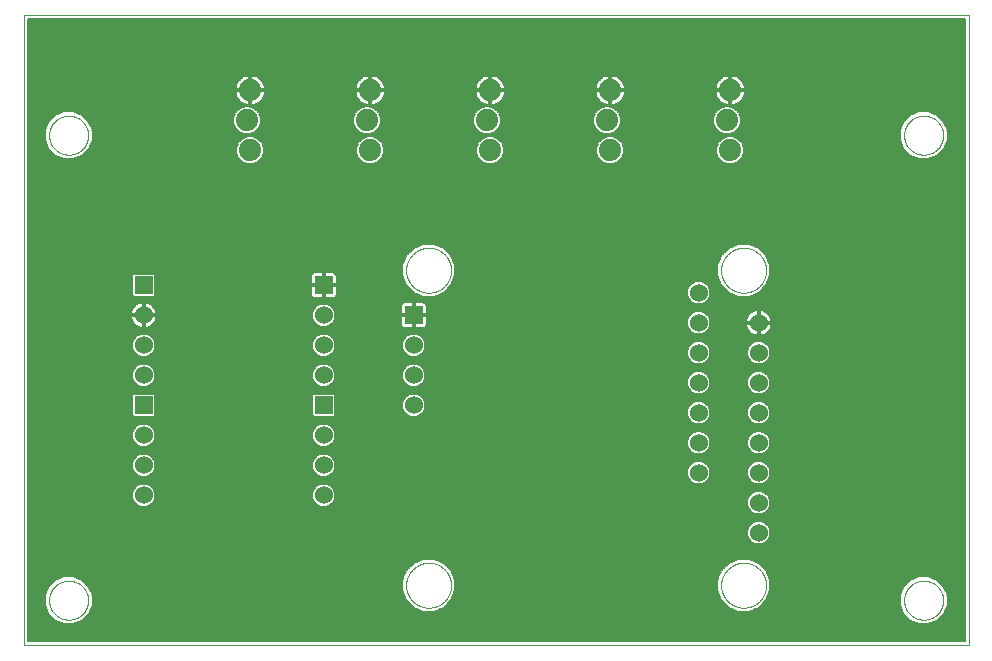
<source format=gbl>
G75*
%MOIN*%
%OFA0B0*%
%FSLAX25Y25*%
%IPPOS*%
%LPD*%
%AMOC8*
5,1,8,0,0,1.08239X$1,22.5*
%
%ADD10C,0.00000*%
%ADD11R,0.06000X0.06000*%
%ADD12C,0.06000*%
%ADD13C,0.07400*%
%ADD14C,0.00600*%
D10*
X0003333Y0040000D02*
X0003333Y0250000D01*
X0318333Y0250000D01*
X0318333Y0040000D01*
X0003333Y0040000D01*
X0011833Y0055000D02*
X0011835Y0055161D01*
X0011841Y0055321D01*
X0011851Y0055482D01*
X0011865Y0055642D01*
X0011883Y0055802D01*
X0011904Y0055961D01*
X0011930Y0056120D01*
X0011960Y0056278D01*
X0011993Y0056435D01*
X0012031Y0056592D01*
X0012072Y0056747D01*
X0012117Y0056901D01*
X0012166Y0057054D01*
X0012219Y0057206D01*
X0012275Y0057357D01*
X0012336Y0057506D01*
X0012399Y0057654D01*
X0012467Y0057800D01*
X0012538Y0057944D01*
X0012612Y0058086D01*
X0012690Y0058227D01*
X0012772Y0058365D01*
X0012857Y0058502D01*
X0012945Y0058636D01*
X0013037Y0058768D01*
X0013132Y0058898D01*
X0013230Y0059026D01*
X0013331Y0059151D01*
X0013435Y0059273D01*
X0013542Y0059393D01*
X0013652Y0059510D01*
X0013765Y0059625D01*
X0013881Y0059736D01*
X0014000Y0059845D01*
X0014121Y0059950D01*
X0014245Y0060053D01*
X0014371Y0060153D01*
X0014499Y0060249D01*
X0014630Y0060342D01*
X0014764Y0060432D01*
X0014899Y0060519D01*
X0015037Y0060602D01*
X0015176Y0060682D01*
X0015318Y0060758D01*
X0015461Y0060831D01*
X0015606Y0060900D01*
X0015753Y0060966D01*
X0015901Y0061028D01*
X0016051Y0061086D01*
X0016202Y0061141D01*
X0016355Y0061192D01*
X0016509Y0061239D01*
X0016664Y0061282D01*
X0016820Y0061321D01*
X0016976Y0061357D01*
X0017134Y0061388D01*
X0017292Y0061416D01*
X0017451Y0061440D01*
X0017611Y0061460D01*
X0017771Y0061476D01*
X0017931Y0061488D01*
X0018092Y0061496D01*
X0018253Y0061500D01*
X0018413Y0061500D01*
X0018574Y0061496D01*
X0018735Y0061488D01*
X0018895Y0061476D01*
X0019055Y0061460D01*
X0019215Y0061440D01*
X0019374Y0061416D01*
X0019532Y0061388D01*
X0019690Y0061357D01*
X0019846Y0061321D01*
X0020002Y0061282D01*
X0020157Y0061239D01*
X0020311Y0061192D01*
X0020464Y0061141D01*
X0020615Y0061086D01*
X0020765Y0061028D01*
X0020913Y0060966D01*
X0021060Y0060900D01*
X0021205Y0060831D01*
X0021348Y0060758D01*
X0021490Y0060682D01*
X0021629Y0060602D01*
X0021767Y0060519D01*
X0021902Y0060432D01*
X0022036Y0060342D01*
X0022167Y0060249D01*
X0022295Y0060153D01*
X0022421Y0060053D01*
X0022545Y0059950D01*
X0022666Y0059845D01*
X0022785Y0059736D01*
X0022901Y0059625D01*
X0023014Y0059510D01*
X0023124Y0059393D01*
X0023231Y0059273D01*
X0023335Y0059151D01*
X0023436Y0059026D01*
X0023534Y0058898D01*
X0023629Y0058768D01*
X0023721Y0058636D01*
X0023809Y0058502D01*
X0023894Y0058365D01*
X0023976Y0058227D01*
X0024054Y0058086D01*
X0024128Y0057944D01*
X0024199Y0057800D01*
X0024267Y0057654D01*
X0024330Y0057506D01*
X0024391Y0057357D01*
X0024447Y0057206D01*
X0024500Y0057054D01*
X0024549Y0056901D01*
X0024594Y0056747D01*
X0024635Y0056592D01*
X0024673Y0056435D01*
X0024706Y0056278D01*
X0024736Y0056120D01*
X0024762Y0055961D01*
X0024783Y0055802D01*
X0024801Y0055642D01*
X0024815Y0055482D01*
X0024825Y0055321D01*
X0024831Y0055161D01*
X0024833Y0055000D01*
X0024831Y0054839D01*
X0024825Y0054679D01*
X0024815Y0054518D01*
X0024801Y0054358D01*
X0024783Y0054198D01*
X0024762Y0054039D01*
X0024736Y0053880D01*
X0024706Y0053722D01*
X0024673Y0053565D01*
X0024635Y0053408D01*
X0024594Y0053253D01*
X0024549Y0053099D01*
X0024500Y0052946D01*
X0024447Y0052794D01*
X0024391Y0052643D01*
X0024330Y0052494D01*
X0024267Y0052346D01*
X0024199Y0052200D01*
X0024128Y0052056D01*
X0024054Y0051914D01*
X0023976Y0051773D01*
X0023894Y0051635D01*
X0023809Y0051498D01*
X0023721Y0051364D01*
X0023629Y0051232D01*
X0023534Y0051102D01*
X0023436Y0050974D01*
X0023335Y0050849D01*
X0023231Y0050727D01*
X0023124Y0050607D01*
X0023014Y0050490D01*
X0022901Y0050375D01*
X0022785Y0050264D01*
X0022666Y0050155D01*
X0022545Y0050050D01*
X0022421Y0049947D01*
X0022295Y0049847D01*
X0022167Y0049751D01*
X0022036Y0049658D01*
X0021902Y0049568D01*
X0021767Y0049481D01*
X0021629Y0049398D01*
X0021490Y0049318D01*
X0021348Y0049242D01*
X0021205Y0049169D01*
X0021060Y0049100D01*
X0020913Y0049034D01*
X0020765Y0048972D01*
X0020615Y0048914D01*
X0020464Y0048859D01*
X0020311Y0048808D01*
X0020157Y0048761D01*
X0020002Y0048718D01*
X0019846Y0048679D01*
X0019690Y0048643D01*
X0019532Y0048612D01*
X0019374Y0048584D01*
X0019215Y0048560D01*
X0019055Y0048540D01*
X0018895Y0048524D01*
X0018735Y0048512D01*
X0018574Y0048504D01*
X0018413Y0048500D01*
X0018253Y0048500D01*
X0018092Y0048504D01*
X0017931Y0048512D01*
X0017771Y0048524D01*
X0017611Y0048540D01*
X0017451Y0048560D01*
X0017292Y0048584D01*
X0017134Y0048612D01*
X0016976Y0048643D01*
X0016820Y0048679D01*
X0016664Y0048718D01*
X0016509Y0048761D01*
X0016355Y0048808D01*
X0016202Y0048859D01*
X0016051Y0048914D01*
X0015901Y0048972D01*
X0015753Y0049034D01*
X0015606Y0049100D01*
X0015461Y0049169D01*
X0015318Y0049242D01*
X0015176Y0049318D01*
X0015037Y0049398D01*
X0014899Y0049481D01*
X0014764Y0049568D01*
X0014630Y0049658D01*
X0014499Y0049751D01*
X0014371Y0049847D01*
X0014245Y0049947D01*
X0014121Y0050050D01*
X0014000Y0050155D01*
X0013881Y0050264D01*
X0013765Y0050375D01*
X0013652Y0050490D01*
X0013542Y0050607D01*
X0013435Y0050727D01*
X0013331Y0050849D01*
X0013230Y0050974D01*
X0013132Y0051102D01*
X0013037Y0051232D01*
X0012945Y0051364D01*
X0012857Y0051498D01*
X0012772Y0051635D01*
X0012690Y0051773D01*
X0012612Y0051914D01*
X0012538Y0052056D01*
X0012467Y0052200D01*
X0012399Y0052346D01*
X0012336Y0052494D01*
X0012275Y0052643D01*
X0012219Y0052794D01*
X0012166Y0052946D01*
X0012117Y0053099D01*
X0012072Y0053253D01*
X0012031Y0053408D01*
X0011993Y0053565D01*
X0011960Y0053722D01*
X0011930Y0053880D01*
X0011904Y0054039D01*
X0011883Y0054198D01*
X0011865Y0054358D01*
X0011851Y0054518D01*
X0011841Y0054679D01*
X0011835Y0054839D01*
X0011833Y0055000D01*
X0130833Y0060000D02*
X0130835Y0060184D01*
X0130842Y0060368D01*
X0130853Y0060552D01*
X0130869Y0060735D01*
X0130889Y0060918D01*
X0130914Y0061100D01*
X0130943Y0061282D01*
X0130977Y0061463D01*
X0131015Y0061643D01*
X0131058Y0061822D01*
X0131105Y0062000D01*
X0131156Y0062177D01*
X0131212Y0062353D01*
X0131271Y0062527D01*
X0131336Y0062699D01*
X0131404Y0062870D01*
X0131476Y0063039D01*
X0131553Y0063207D01*
X0131634Y0063372D01*
X0131719Y0063535D01*
X0131807Y0063697D01*
X0131900Y0063856D01*
X0131997Y0064012D01*
X0132097Y0064167D01*
X0132201Y0064319D01*
X0132309Y0064468D01*
X0132420Y0064614D01*
X0132535Y0064758D01*
X0132654Y0064899D01*
X0132776Y0065037D01*
X0132901Y0065172D01*
X0133030Y0065303D01*
X0133161Y0065432D01*
X0133296Y0065557D01*
X0133434Y0065679D01*
X0133575Y0065798D01*
X0133719Y0065913D01*
X0133865Y0066024D01*
X0134014Y0066132D01*
X0134166Y0066236D01*
X0134321Y0066336D01*
X0134477Y0066433D01*
X0134636Y0066526D01*
X0134798Y0066614D01*
X0134961Y0066699D01*
X0135126Y0066780D01*
X0135294Y0066857D01*
X0135463Y0066929D01*
X0135634Y0066997D01*
X0135806Y0067062D01*
X0135980Y0067121D01*
X0136156Y0067177D01*
X0136333Y0067228D01*
X0136511Y0067275D01*
X0136690Y0067318D01*
X0136870Y0067356D01*
X0137051Y0067390D01*
X0137233Y0067419D01*
X0137415Y0067444D01*
X0137598Y0067464D01*
X0137781Y0067480D01*
X0137965Y0067491D01*
X0138149Y0067498D01*
X0138333Y0067500D01*
X0138517Y0067498D01*
X0138701Y0067491D01*
X0138885Y0067480D01*
X0139068Y0067464D01*
X0139251Y0067444D01*
X0139433Y0067419D01*
X0139615Y0067390D01*
X0139796Y0067356D01*
X0139976Y0067318D01*
X0140155Y0067275D01*
X0140333Y0067228D01*
X0140510Y0067177D01*
X0140686Y0067121D01*
X0140860Y0067062D01*
X0141032Y0066997D01*
X0141203Y0066929D01*
X0141372Y0066857D01*
X0141540Y0066780D01*
X0141705Y0066699D01*
X0141868Y0066614D01*
X0142030Y0066526D01*
X0142189Y0066433D01*
X0142345Y0066336D01*
X0142500Y0066236D01*
X0142652Y0066132D01*
X0142801Y0066024D01*
X0142947Y0065913D01*
X0143091Y0065798D01*
X0143232Y0065679D01*
X0143370Y0065557D01*
X0143505Y0065432D01*
X0143636Y0065303D01*
X0143765Y0065172D01*
X0143890Y0065037D01*
X0144012Y0064899D01*
X0144131Y0064758D01*
X0144246Y0064614D01*
X0144357Y0064468D01*
X0144465Y0064319D01*
X0144569Y0064167D01*
X0144669Y0064012D01*
X0144766Y0063856D01*
X0144859Y0063697D01*
X0144947Y0063535D01*
X0145032Y0063372D01*
X0145113Y0063207D01*
X0145190Y0063039D01*
X0145262Y0062870D01*
X0145330Y0062699D01*
X0145395Y0062527D01*
X0145454Y0062353D01*
X0145510Y0062177D01*
X0145561Y0062000D01*
X0145608Y0061822D01*
X0145651Y0061643D01*
X0145689Y0061463D01*
X0145723Y0061282D01*
X0145752Y0061100D01*
X0145777Y0060918D01*
X0145797Y0060735D01*
X0145813Y0060552D01*
X0145824Y0060368D01*
X0145831Y0060184D01*
X0145833Y0060000D01*
X0145831Y0059816D01*
X0145824Y0059632D01*
X0145813Y0059448D01*
X0145797Y0059265D01*
X0145777Y0059082D01*
X0145752Y0058900D01*
X0145723Y0058718D01*
X0145689Y0058537D01*
X0145651Y0058357D01*
X0145608Y0058178D01*
X0145561Y0058000D01*
X0145510Y0057823D01*
X0145454Y0057647D01*
X0145395Y0057473D01*
X0145330Y0057301D01*
X0145262Y0057130D01*
X0145190Y0056961D01*
X0145113Y0056793D01*
X0145032Y0056628D01*
X0144947Y0056465D01*
X0144859Y0056303D01*
X0144766Y0056144D01*
X0144669Y0055988D01*
X0144569Y0055833D01*
X0144465Y0055681D01*
X0144357Y0055532D01*
X0144246Y0055386D01*
X0144131Y0055242D01*
X0144012Y0055101D01*
X0143890Y0054963D01*
X0143765Y0054828D01*
X0143636Y0054697D01*
X0143505Y0054568D01*
X0143370Y0054443D01*
X0143232Y0054321D01*
X0143091Y0054202D01*
X0142947Y0054087D01*
X0142801Y0053976D01*
X0142652Y0053868D01*
X0142500Y0053764D01*
X0142345Y0053664D01*
X0142189Y0053567D01*
X0142030Y0053474D01*
X0141868Y0053386D01*
X0141705Y0053301D01*
X0141540Y0053220D01*
X0141372Y0053143D01*
X0141203Y0053071D01*
X0141032Y0053003D01*
X0140860Y0052938D01*
X0140686Y0052879D01*
X0140510Y0052823D01*
X0140333Y0052772D01*
X0140155Y0052725D01*
X0139976Y0052682D01*
X0139796Y0052644D01*
X0139615Y0052610D01*
X0139433Y0052581D01*
X0139251Y0052556D01*
X0139068Y0052536D01*
X0138885Y0052520D01*
X0138701Y0052509D01*
X0138517Y0052502D01*
X0138333Y0052500D01*
X0138149Y0052502D01*
X0137965Y0052509D01*
X0137781Y0052520D01*
X0137598Y0052536D01*
X0137415Y0052556D01*
X0137233Y0052581D01*
X0137051Y0052610D01*
X0136870Y0052644D01*
X0136690Y0052682D01*
X0136511Y0052725D01*
X0136333Y0052772D01*
X0136156Y0052823D01*
X0135980Y0052879D01*
X0135806Y0052938D01*
X0135634Y0053003D01*
X0135463Y0053071D01*
X0135294Y0053143D01*
X0135126Y0053220D01*
X0134961Y0053301D01*
X0134798Y0053386D01*
X0134636Y0053474D01*
X0134477Y0053567D01*
X0134321Y0053664D01*
X0134166Y0053764D01*
X0134014Y0053868D01*
X0133865Y0053976D01*
X0133719Y0054087D01*
X0133575Y0054202D01*
X0133434Y0054321D01*
X0133296Y0054443D01*
X0133161Y0054568D01*
X0133030Y0054697D01*
X0132901Y0054828D01*
X0132776Y0054963D01*
X0132654Y0055101D01*
X0132535Y0055242D01*
X0132420Y0055386D01*
X0132309Y0055532D01*
X0132201Y0055681D01*
X0132097Y0055833D01*
X0131997Y0055988D01*
X0131900Y0056144D01*
X0131807Y0056303D01*
X0131719Y0056465D01*
X0131634Y0056628D01*
X0131553Y0056793D01*
X0131476Y0056961D01*
X0131404Y0057130D01*
X0131336Y0057301D01*
X0131271Y0057473D01*
X0131212Y0057647D01*
X0131156Y0057823D01*
X0131105Y0058000D01*
X0131058Y0058178D01*
X0131015Y0058357D01*
X0130977Y0058537D01*
X0130943Y0058718D01*
X0130914Y0058900D01*
X0130889Y0059082D01*
X0130869Y0059265D01*
X0130853Y0059448D01*
X0130842Y0059632D01*
X0130835Y0059816D01*
X0130833Y0060000D01*
X0235833Y0060000D02*
X0235835Y0060184D01*
X0235842Y0060368D01*
X0235853Y0060552D01*
X0235869Y0060735D01*
X0235889Y0060918D01*
X0235914Y0061100D01*
X0235943Y0061282D01*
X0235977Y0061463D01*
X0236015Y0061643D01*
X0236058Y0061822D01*
X0236105Y0062000D01*
X0236156Y0062177D01*
X0236212Y0062353D01*
X0236271Y0062527D01*
X0236336Y0062699D01*
X0236404Y0062870D01*
X0236476Y0063039D01*
X0236553Y0063207D01*
X0236634Y0063372D01*
X0236719Y0063535D01*
X0236807Y0063697D01*
X0236900Y0063856D01*
X0236997Y0064012D01*
X0237097Y0064167D01*
X0237201Y0064319D01*
X0237309Y0064468D01*
X0237420Y0064614D01*
X0237535Y0064758D01*
X0237654Y0064899D01*
X0237776Y0065037D01*
X0237901Y0065172D01*
X0238030Y0065303D01*
X0238161Y0065432D01*
X0238296Y0065557D01*
X0238434Y0065679D01*
X0238575Y0065798D01*
X0238719Y0065913D01*
X0238865Y0066024D01*
X0239014Y0066132D01*
X0239166Y0066236D01*
X0239321Y0066336D01*
X0239477Y0066433D01*
X0239636Y0066526D01*
X0239798Y0066614D01*
X0239961Y0066699D01*
X0240126Y0066780D01*
X0240294Y0066857D01*
X0240463Y0066929D01*
X0240634Y0066997D01*
X0240806Y0067062D01*
X0240980Y0067121D01*
X0241156Y0067177D01*
X0241333Y0067228D01*
X0241511Y0067275D01*
X0241690Y0067318D01*
X0241870Y0067356D01*
X0242051Y0067390D01*
X0242233Y0067419D01*
X0242415Y0067444D01*
X0242598Y0067464D01*
X0242781Y0067480D01*
X0242965Y0067491D01*
X0243149Y0067498D01*
X0243333Y0067500D01*
X0243517Y0067498D01*
X0243701Y0067491D01*
X0243885Y0067480D01*
X0244068Y0067464D01*
X0244251Y0067444D01*
X0244433Y0067419D01*
X0244615Y0067390D01*
X0244796Y0067356D01*
X0244976Y0067318D01*
X0245155Y0067275D01*
X0245333Y0067228D01*
X0245510Y0067177D01*
X0245686Y0067121D01*
X0245860Y0067062D01*
X0246032Y0066997D01*
X0246203Y0066929D01*
X0246372Y0066857D01*
X0246540Y0066780D01*
X0246705Y0066699D01*
X0246868Y0066614D01*
X0247030Y0066526D01*
X0247189Y0066433D01*
X0247345Y0066336D01*
X0247500Y0066236D01*
X0247652Y0066132D01*
X0247801Y0066024D01*
X0247947Y0065913D01*
X0248091Y0065798D01*
X0248232Y0065679D01*
X0248370Y0065557D01*
X0248505Y0065432D01*
X0248636Y0065303D01*
X0248765Y0065172D01*
X0248890Y0065037D01*
X0249012Y0064899D01*
X0249131Y0064758D01*
X0249246Y0064614D01*
X0249357Y0064468D01*
X0249465Y0064319D01*
X0249569Y0064167D01*
X0249669Y0064012D01*
X0249766Y0063856D01*
X0249859Y0063697D01*
X0249947Y0063535D01*
X0250032Y0063372D01*
X0250113Y0063207D01*
X0250190Y0063039D01*
X0250262Y0062870D01*
X0250330Y0062699D01*
X0250395Y0062527D01*
X0250454Y0062353D01*
X0250510Y0062177D01*
X0250561Y0062000D01*
X0250608Y0061822D01*
X0250651Y0061643D01*
X0250689Y0061463D01*
X0250723Y0061282D01*
X0250752Y0061100D01*
X0250777Y0060918D01*
X0250797Y0060735D01*
X0250813Y0060552D01*
X0250824Y0060368D01*
X0250831Y0060184D01*
X0250833Y0060000D01*
X0250831Y0059816D01*
X0250824Y0059632D01*
X0250813Y0059448D01*
X0250797Y0059265D01*
X0250777Y0059082D01*
X0250752Y0058900D01*
X0250723Y0058718D01*
X0250689Y0058537D01*
X0250651Y0058357D01*
X0250608Y0058178D01*
X0250561Y0058000D01*
X0250510Y0057823D01*
X0250454Y0057647D01*
X0250395Y0057473D01*
X0250330Y0057301D01*
X0250262Y0057130D01*
X0250190Y0056961D01*
X0250113Y0056793D01*
X0250032Y0056628D01*
X0249947Y0056465D01*
X0249859Y0056303D01*
X0249766Y0056144D01*
X0249669Y0055988D01*
X0249569Y0055833D01*
X0249465Y0055681D01*
X0249357Y0055532D01*
X0249246Y0055386D01*
X0249131Y0055242D01*
X0249012Y0055101D01*
X0248890Y0054963D01*
X0248765Y0054828D01*
X0248636Y0054697D01*
X0248505Y0054568D01*
X0248370Y0054443D01*
X0248232Y0054321D01*
X0248091Y0054202D01*
X0247947Y0054087D01*
X0247801Y0053976D01*
X0247652Y0053868D01*
X0247500Y0053764D01*
X0247345Y0053664D01*
X0247189Y0053567D01*
X0247030Y0053474D01*
X0246868Y0053386D01*
X0246705Y0053301D01*
X0246540Y0053220D01*
X0246372Y0053143D01*
X0246203Y0053071D01*
X0246032Y0053003D01*
X0245860Y0052938D01*
X0245686Y0052879D01*
X0245510Y0052823D01*
X0245333Y0052772D01*
X0245155Y0052725D01*
X0244976Y0052682D01*
X0244796Y0052644D01*
X0244615Y0052610D01*
X0244433Y0052581D01*
X0244251Y0052556D01*
X0244068Y0052536D01*
X0243885Y0052520D01*
X0243701Y0052509D01*
X0243517Y0052502D01*
X0243333Y0052500D01*
X0243149Y0052502D01*
X0242965Y0052509D01*
X0242781Y0052520D01*
X0242598Y0052536D01*
X0242415Y0052556D01*
X0242233Y0052581D01*
X0242051Y0052610D01*
X0241870Y0052644D01*
X0241690Y0052682D01*
X0241511Y0052725D01*
X0241333Y0052772D01*
X0241156Y0052823D01*
X0240980Y0052879D01*
X0240806Y0052938D01*
X0240634Y0053003D01*
X0240463Y0053071D01*
X0240294Y0053143D01*
X0240126Y0053220D01*
X0239961Y0053301D01*
X0239798Y0053386D01*
X0239636Y0053474D01*
X0239477Y0053567D01*
X0239321Y0053664D01*
X0239166Y0053764D01*
X0239014Y0053868D01*
X0238865Y0053976D01*
X0238719Y0054087D01*
X0238575Y0054202D01*
X0238434Y0054321D01*
X0238296Y0054443D01*
X0238161Y0054568D01*
X0238030Y0054697D01*
X0237901Y0054828D01*
X0237776Y0054963D01*
X0237654Y0055101D01*
X0237535Y0055242D01*
X0237420Y0055386D01*
X0237309Y0055532D01*
X0237201Y0055681D01*
X0237097Y0055833D01*
X0236997Y0055988D01*
X0236900Y0056144D01*
X0236807Y0056303D01*
X0236719Y0056465D01*
X0236634Y0056628D01*
X0236553Y0056793D01*
X0236476Y0056961D01*
X0236404Y0057130D01*
X0236336Y0057301D01*
X0236271Y0057473D01*
X0236212Y0057647D01*
X0236156Y0057823D01*
X0236105Y0058000D01*
X0236058Y0058178D01*
X0236015Y0058357D01*
X0235977Y0058537D01*
X0235943Y0058718D01*
X0235914Y0058900D01*
X0235889Y0059082D01*
X0235869Y0059265D01*
X0235853Y0059448D01*
X0235842Y0059632D01*
X0235835Y0059816D01*
X0235833Y0060000D01*
X0296833Y0055000D02*
X0296835Y0055161D01*
X0296841Y0055321D01*
X0296851Y0055482D01*
X0296865Y0055642D01*
X0296883Y0055802D01*
X0296904Y0055961D01*
X0296930Y0056120D01*
X0296960Y0056278D01*
X0296993Y0056435D01*
X0297031Y0056592D01*
X0297072Y0056747D01*
X0297117Y0056901D01*
X0297166Y0057054D01*
X0297219Y0057206D01*
X0297275Y0057357D01*
X0297336Y0057506D01*
X0297399Y0057654D01*
X0297467Y0057800D01*
X0297538Y0057944D01*
X0297612Y0058086D01*
X0297690Y0058227D01*
X0297772Y0058365D01*
X0297857Y0058502D01*
X0297945Y0058636D01*
X0298037Y0058768D01*
X0298132Y0058898D01*
X0298230Y0059026D01*
X0298331Y0059151D01*
X0298435Y0059273D01*
X0298542Y0059393D01*
X0298652Y0059510D01*
X0298765Y0059625D01*
X0298881Y0059736D01*
X0299000Y0059845D01*
X0299121Y0059950D01*
X0299245Y0060053D01*
X0299371Y0060153D01*
X0299499Y0060249D01*
X0299630Y0060342D01*
X0299764Y0060432D01*
X0299899Y0060519D01*
X0300037Y0060602D01*
X0300176Y0060682D01*
X0300318Y0060758D01*
X0300461Y0060831D01*
X0300606Y0060900D01*
X0300753Y0060966D01*
X0300901Y0061028D01*
X0301051Y0061086D01*
X0301202Y0061141D01*
X0301355Y0061192D01*
X0301509Y0061239D01*
X0301664Y0061282D01*
X0301820Y0061321D01*
X0301976Y0061357D01*
X0302134Y0061388D01*
X0302292Y0061416D01*
X0302451Y0061440D01*
X0302611Y0061460D01*
X0302771Y0061476D01*
X0302931Y0061488D01*
X0303092Y0061496D01*
X0303253Y0061500D01*
X0303413Y0061500D01*
X0303574Y0061496D01*
X0303735Y0061488D01*
X0303895Y0061476D01*
X0304055Y0061460D01*
X0304215Y0061440D01*
X0304374Y0061416D01*
X0304532Y0061388D01*
X0304690Y0061357D01*
X0304846Y0061321D01*
X0305002Y0061282D01*
X0305157Y0061239D01*
X0305311Y0061192D01*
X0305464Y0061141D01*
X0305615Y0061086D01*
X0305765Y0061028D01*
X0305913Y0060966D01*
X0306060Y0060900D01*
X0306205Y0060831D01*
X0306348Y0060758D01*
X0306490Y0060682D01*
X0306629Y0060602D01*
X0306767Y0060519D01*
X0306902Y0060432D01*
X0307036Y0060342D01*
X0307167Y0060249D01*
X0307295Y0060153D01*
X0307421Y0060053D01*
X0307545Y0059950D01*
X0307666Y0059845D01*
X0307785Y0059736D01*
X0307901Y0059625D01*
X0308014Y0059510D01*
X0308124Y0059393D01*
X0308231Y0059273D01*
X0308335Y0059151D01*
X0308436Y0059026D01*
X0308534Y0058898D01*
X0308629Y0058768D01*
X0308721Y0058636D01*
X0308809Y0058502D01*
X0308894Y0058365D01*
X0308976Y0058227D01*
X0309054Y0058086D01*
X0309128Y0057944D01*
X0309199Y0057800D01*
X0309267Y0057654D01*
X0309330Y0057506D01*
X0309391Y0057357D01*
X0309447Y0057206D01*
X0309500Y0057054D01*
X0309549Y0056901D01*
X0309594Y0056747D01*
X0309635Y0056592D01*
X0309673Y0056435D01*
X0309706Y0056278D01*
X0309736Y0056120D01*
X0309762Y0055961D01*
X0309783Y0055802D01*
X0309801Y0055642D01*
X0309815Y0055482D01*
X0309825Y0055321D01*
X0309831Y0055161D01*
X0309833Y0055000D01*
X0309831Y0054839D01*
X0309825Y0054679D01*
X0309815Y0054518D01*
X0309801Y0054358D01*
X0309783Y0054198D01*
X0309762Y0054039D01*
X0309736Y0053880D01*
X0309706Y0053722D01*
X0309673Y0053565D01*
X0309635Y0053408D01*
X0309594Y0053253D01*
X0309549Y0053099D01*
X0309500Y0052946D01*
X0309447Y0052794D01*
X0309391Y0052643D01*
X0309330Y0052494D01*
X0309267Y0052346D01*
X0309199Y0052200D01*
X0309128Y0052056D01*
X0309054Y0051914D01*
X0308976Y0051773D01*
X0308894Y0051635D01*
X0308809Y0051498D01*
X0308721Y0051364D01*
X0308629Y0051232D01*
X0308534Y0051102D01*
X0308436Y0050974D01*
X0308335Y0050849D01*
X0308231Y0050727D01*
X0308124Y0050607D01*
X0308014Y0050490D01*
X0307901Y0050375D01*
X0307785Y0050264D01*
X0307666Y0050155D01*
X0307545Y0050050D01*
X0307421Y0049947D01*
X0307295Y0049847D01*
X0307167Y0049751D01*
X0307036Y0049658D01*
X0306902Y0049568D01*
X0306767Y0049481D01*
X0306629Y0049398D01*
X0306490Y0049318D01*
X0306348Y0049242D01*
X0306205Y0049169D01*
X0306060Y0049100D01*
X0305913Y0049034D01*
X0305765Y0048972D01*
X0305615Y0048914D01*
X0305464Y0048859D01*
X0305311Y0048808D01*
X0305157Y0048761D01*
X0305002Y0048718D01*
X0304846Y0048679D01*
X0304690Y0048643D01*
X0304532Y0048612D01*
X0304374Y0048584D01*
X0304215Y0048560D01*
X0304055Y0048540D01*
X0303895Y0048524D01*
X0303735Y0048512D01*
X0303574Y0048504D01*
X0303413Y0048500D01*
X0303253Y0048500D01*
X0303092Y0048504D01*
X0302931Y0048512D01*
X0302771Y0048524D01*
X0302611Y0048540D01*
X0302451Y0048560D01*
X0302292Y0048584D01*
X0302134Y0048612D01*
X0301976Y0048643D01*
X0301820Y0048679D01*
X0301664Y0048718D01*
X0301509Y0048761D01*
X0301355Y0048808D01*
X0301202Y0048859D01*
X0301051Y0048914D01*
X0300901Y0048972D01*
X0300753Y0049034D01*
X0300606Y0049100D01*
X0300461Y0049169D01*
X0300318Y0049242D01*
X0300176Y0049318D01*
X0300037Y0049398D01*
X0299899Y0049481D01*
X0299764Y0049568D01*
X0299630Y0049658D01*
X0299499Y0049751D01*
X0299371Y0049847D01*
X0299245Y0049947D01*
X0299121Y0050050D01*
X0299000Y0050155D01*
X0298881Y0050264D01*
X0298765Y0050375D01*
X0298652Y0050490D01*
X0298542Y0050607D01*
X0298435Y0050727D01*
X0298331Y0050849D01*
X0298230Y0050974D01*
X0298132Y0051102D01*
X0298037Y0051232D01*
X0297945Y0051364D01*
X0297857Y0051498D01*
X0297772Y0051635D01*
X0297690Y0051773D01*
X0297612Y0051914D01*
X0297538Y0052056D01*
X0297467Y0052200D01*
X0297399Y0052346D01*
X0297336Y0052494D01*
X0297275Y0052643D01*
X0297219Y0052794D01*
X0297166Y0052946D01*
X0297117Y0053099D01*
X0297072Y0053253D01*
X0297031Y0053408D01*
X0296993Y0053565D01*
X0296960Y0053722D01*
X0296930Y0053880D01*
X0296904Y0054039D01*
X0296883Y0054198D01*
X0296865Y0054358D01*
X0296851Y0054518D01*
X0296841Y0054679D01*
X0296835Y0054839D01*
X0296833Y0055000D01*
X0235833Y0165000D02*
X0235835Y0165184D01*
X0235842Y0165368D01*
X0235853Y0165552D01*
X0235869Y0165735D01*
X0235889Y0165918D01*
X0235914Y0166100D01*
X0235943Y0166282D01*
X0235977Y0166463D01*
X0236015Y0166643D01*
X0236058Y0166822D01*
X0236105Y0167000D01*
X0236156Y0167177D01*
X0236212Y0167353D01*
X0236271Y0167527D01*
X0236336Y0167699D01*
X0236404Y0167870D01*
X0236476Y0168039D01*
X0236553Y0168207D01*
X0236634Y0168372D01*
X0236719Y0168535D01*
X0236807Y0168697D01*
X0236900Y0168856D01*
X0236997Y0169012D01*
X0237097Y0169167D01*
X0237201Y0169319D01*
X0237309Y0169468D01*
X0237420Y0169614D01*
X0237535Y0169758D01*
X0237654Y0169899D01*
X0237776Y0170037D01*
X0237901Y0170172D01*
X0238030Y0170303D01*
X0238161Y0170432D01*
X0238296Y0170557D01*
X0238434Y0170679D01*
X0238575Y0170798D01*
X0238719Y0170913D01*
X0238865Y0171024D01*
X0239014Y0171132D01*
X0239166Y0171236D01*
X0239321Y0171336D01*
X0239477Y0171433D01*
X0239636Y0171526D01*
X0239798Y0171614D01*
X0239961Y0171699D01*
X0240126Y0171780D01*
X0240294Y0171857D01*
X0240463Y0171929D01*
X0240634Y0171997D01*
X0240806Y0172062D01*
X0240980Y0172121D01*
X0241156Y0172177D01*
X0241333Y0172228D01*
X0241511Y0172275D01*
X0241690Y0172318D01*
X0241870Y0172356D01*
X0242051Y0172390D01*
X0242233Y0172419D01*
X0242415Y0172444D01*
X0242598Y0172464D01*
X0242781Y0172480D01*
X0242965Y0172491D01*
X0243149Y0172498D01*
X0243333Y0172500D01*
X0243517Y0172498D01*
X0243701Y0172491D01*
X0243885Y0172480D01*
X0244068Y0172464D01*
X0244251Y0172444D01*
X0244433Y0172419D01*
X0244615Y0172390D01*
X0244796Y0172356D01*
X0244976Y0172318D01*
X0245155Y0172275D01*
X0245333Y0172228D01*
X0245510Y0172177D01*
X0245686Y0172121D01*
X0245860Y0172062D01*
X0246032Y0171997D01*
X0246203Y0171929D01*
X0246372Y0171857D01*
X0246540Y0171780D01*
X0246705Y0171699D01*
X0246868Y0171614D01*
X0247030Y0171526D01*
X0247189Y0171433D01*
X0247345Y0171336D01*
X0247500Y0171236D01*
X0247652Y0171132D01*
X0247801Y0171024D01*
X0247947Y0170913D01*
X0248091Y0170798D01*
X0248232Y0170679D01*
X0248370Y0170557D01*
X0248505Y0170432D01*
X0248636Y0170303D01*
X0248765Y0170172D01*
X0248890Y0170037D01*
X0249012Y0169899D01*
X0249131Y0169758D01*
X0249246Y0169614D01*
X0249357Y0169468D01*
X0249465Y0169319D01*
X0249569Y0169167D01*
X0249669Y0169012D01*
X0249766Y0168856D01*
X0249859Y0168697D01*
X0249947Y0168535D01*
X0250032Y0168372D01*
X0250113Y0168207D01*
X0250190Y0168039D01*
X0250262Y0167870D01*
X0250330Y0167699D01*
X0250395Y0167527D01*
X0250454Y0167353D01*
X0250510Y0167177D01*
X0250561Y0167000D01*
X0250608Y0166822D01*
X0250651Y0166643D01*
X0250689Y0166463D01*
X0250723Y0166282D01*
X0250752Y0166100D01*
X0250777Y0165918D01*
X0250797Y0165735D01*
X0250813Y0165552D01*
X0250824Y0165368D01*
X0250831Y0165184D01*
X0250833Y0165000D01*
X0250831Y0164816D01*
X0250824Y0164632D01*
X0250813Y0164448D01*
X0250797Y0164265D01*
X0250777Y0164082D01*
X0250752Y0163900D01*
X0250723Y0163718D01*
X0250689Y0163537D01*
X0250651Y0163357D01*
X0250608Y0163178D01*
X0250561Y0163000D01*
X0250510Y0162823D01*
X0250454Y0162647D01*
X0250395Y0162473D01*
X0250330Y0162301D01*
X0250262Y0162130D01*
X0250190Y0161961D01*
X0250113Y0161793D01*
X0250032Y0161628D01*
X0249947Y0161465D01*
X0249859Y0161303D01*
X0249766Y0161144D01*
X0249669Y0160988D01*
X0249569Y0160833D01*
X0249465Y0160681D01*
X0249357Y0160532D01*
X0249246Y0160386D01*
X0249131Y0160242D01*
X0249012Y0160101D01*
X0248890Y0159963D01*
X0248765Y0159828D01*
X0248636Y0159697D01*
X0248505Y0159568D01*
X0248370Y0159443D01*
X0248232Y0159321D01*
X0248091Y0159202D01*
X0247947Y0159087D01*
X0247801Y0158976D01*
X0247652Y0158868D01*
X0247500Y0158764D01*
X0247345Y0158664D01*
X0247189Y0158567D01*
X0247030Y0158474D01*
X0246868Y0158386D01*
X0246705Y0158301D01*
X0246540Y0158220D01*
X0246372Y0158143D01*
X0246203Y0158071D01*
X0246032Y0158003D01*
X0245860Y0157938D01*
X0245686Y0157879D01*
X0245510Y0157823D01*
X0245333Y0157772D01*
X0245155Y0157725D01*
X0244976Y0157682D01*
X0244796Y0157644D01*
X0244615Y0157610D01*
X0244433Y0157581D01*
X0244251Y0157556D01*
X0244068Y0157536D01*
X0243885Y0157520D01*
X0243701Y0157509D01*
X0243517Y0157502D01*
X0243333Y0157500D01*
X0243149Y0157502D01*
X0242965Y0157509D01*
X0242781Y0157520D01*
X0242598Y0157536D01*
X0242415Y0157556D01*
X0242233Y0157581D01*
X0242051Y0157610D01*
X0241870Y0157644D01*
X0241690Y0157682D01*
X0241511Y0157725D01*
X0241333Y0157772D01*
X0241156Y0157823D01*
X0240980Y0157879D01*
X0240806Y0157938D01*
X0240634Y0158003D01*
X0240463Y0158071D01*
X0240294Y0158143D01*
X0240126Y0158220D01*
X0239961Y0158301D01*
X0239798Y0158386D01*
X0239636Y0158474D01*
X0239477Y0158567D01*
X0239321Y0158664D01*
X0239166Y0158764D01*
X0239014Y0158868D01*
X0238865Y0158976D01*
X0238719Y0159087D01*
X0238575Y0159202D01*
X0238434Y0159321D01*
X0238296Y0159443D01*
X0238161Y0159568D01*
X0238030Y0159697D01*
X0237901Y0159828D01*
X0237776Y0159963D01*
X0237654Y0160101D01*
X0237535Y0160242D01*
X0237420Y0160386D01*
X0237309Y0160532D01*
X0237201Y0160681D01*
X0237097Y0160833D01*
X0236997Y0160988D01*
X0236900Y0161144D01*
X0236807Y0161303D01*
X0236719Y0161465D01*
X0236634Y0161628D01*
X0236553Y0161793D01*
X0236476Y0161961D01*
X0236404Y0162130D01*
X0236336Y0162301D01*
X0236271Y0162473D01*
X0236212Y0162647D01*
X0236156Y0162823D01*
X0236105Y0163000D01*
X0236058Y0163178D01*
X0236015Y0163357D01*
X0235977Y0163537D01*
X0235943Y0163718D01*
X0235914Y0163900D01*
X0235889Y0164082D01*
X0235869Y0164265D01*
X0235853Y0164448D01*
X0235842Y0164632D01*
X0235835Y0164816D01*
X0235833Y0165000D01*
X0296833Y0210000D02*
X0296835Y0210161D01*
X0296841Y0210321D01*
X0296851Y0210482D01*
X0296865Y0210642D01*
X0296883Y0210802D01*
X0296904Y0210961D01*
X0296930Y0211120D01*
X0296960Y0211278D01*
X0296993Y0211435D01*
X0297031Y0211592D01*
X0297072Y0211747D01*
X0297117Y0211901D01*
X0297166Y0212054D01*
X0297219Y0212206D01*
X0297275Y0212357D01*
X0297336Y0212506D01*
X0297399Y0212654D01*
X0297467Y0212800D01*
X0297538Y0212944D01*
X0297612Y0213086D01*
X0297690Y0213227D01*
X0297772Y0213365D01*
X0297857Y0213502D01*
X0297945Y0213636D01*
X0298037Y0213768D01*
X0298132Y0213898D01*
X0298230Y0214026D01*
X0298331Y0214151D01*
X0298435Y0214273D01*
X0298542Y0214393D01*
X0298652Y0214510D01*
X0298765Y0214625D01*
X0298881Y0214736D01*
X0299000Y0214845D01*
X0299121Y0214950D01*
X0299245Y0215053D01*
X0299371Y0215153D01*
X0299499Y0215249D01*
X0299630Y0215342D01*
X0299764Y0215432D01*
X0299899Y0215519D01*
X0300037Y0215602D01*
X0300176Y0215682D01*
X0300318Y0215758D01*
X0300461Y0215831D01*
X0300606Y0215900D01*
X0300753Y0215966D01*
X0300901Y0216028D01*
X0301051Y0216086D01*
X0301202Y0216141D01*
X0301355Y0216192D01*
X0301509Y0216239D01*
X0301664Y0216282D01*
X0301820Y0216321D01*
X0301976Y0216357D01*
X0302134Y0216388D01*
X0302292Y0216416D01*
X0302451Y0216440D01*
X0302611Y0216460D01*
X0302771Y0216476D01*
X0302931Y0216488D01*
X0303092Y0216496D01*
X0303253Y0216500D01*
X0303413Y0216500D01*
X0303574Y0216496D01*
X0303735Y0216488D01*
X0303895Y0216476D01*
X0304055Y0216460D01*
X0304215Y0216440D01*
X0304374Y0216416D01*
X0304532Y0216388D01*
X0304690Y0216357D01*
X0304846Y0216321D01*
X0305002Y0216282D01*
X0305157Y0216239D01*
X0305311Y0216192D01*
X0305464Y0216141D01*
X0305615Y0216086D01*
X0305765Y0216028D01*
X0305913Y0215966D01*
X0306060Y0215900D01*
X0306205Y0215831D01*
X0306348Y0215758D01*
X0306490Y0215682D01*
X0306629Y0215602D01*
X0306767Y0215519D01*
X0306902Y0215432D01*
X0307036Y0215342D01*
X0307167Y0215249D01*
X0307295Y0215153D01*
X0307421Y0215053D01*
X0307545Y0214950D01*
X0307666Y0214845D01*
X0307785Y0214736D01*
X0307901Y0214625D01*
X0308014Y0214510D01*
X0308124Y0214393D01*
X0308231Y0214273D01*
X0308335Y0214151D01*
X0308436Y0214026D01*
X0308534Y0213898D01*
X0308629Y0213768D01*
X0308721Y0213636D01*
X0308809Y0213502D01*
X0308894Y0213365D01*
X0308976Y0213227D01*
X0309054Y0213086D01*
X0309128Y0212944D01*
X0309199Y0212800D01*
X0309267Y0212654D01*
X0309330Y0212506D01*
X0309391Y0212357D01*
X0309447Y0212206D01*
X0309500Y0212054D01*
X0309549Y0211901D01*
X0309594Y0211747D01*
X0309635Y0211592D01*
X0309673Y0211435D01*
X0309706Y0211278D01*
X0309736Y0211120D01*
X0309762Y0210961D01*
X0309783Y0210802D01*
X0309801Y0210642D01*
X0309815Y0210482D01*
X0309825Y0210321D01*
X0309831Y0210161D01*
X0309833Y0210000D01*
X0309831Y0209839D01*
X0309825Y0209679D01*
X0309815Y0209518D01*
X0309801Y0209358D01*
X0309783Y0209198D01*
X0309762Y0209039D01*
X0309736Y0208880D01*
X0309706Y0208722D01*
X0309673Y0208565D01*
X0309635Y0208408D01*
X0309594Y0208253D01*
X0309549Y0208099D01*
X0309500Y0207946D01*
X0309447Y0207794D01*
X0309391Y0207643D01*
X0309330Y0207494D01*
X0309267Y0207346D01*
X0309199Y0207200D01*
X0309128Y0207056D01*
X0309054Y0206914D01*
X0308976Y0206773D01*
X0308894Y0206635D01*
X0308809Y0206498D01*
X0308721Y0206364D01*
X0308629Y0206232D01*
X0308534Y0206102D01*
X0308436Y0205974D01*
X0308335Y0205849D01*
X0308231Y0205727D01*
X0308124Y0205607D01*
X0308014Y0205490D01*
X0307901Y0205375D01*
X0307785Y0205264D01*
X0307666Y0205155D01*
X0307545Y0205050D01*
X0307421Y0204947D01*
X0307295Y0204847D01*
X0307167Y0204751D01*
X0307036Y0204658D01*
X0306902Y0204568D01*
X0306767Y0204481D01*
X0306629Y0204398D01*
X0306490Y0204318D01*
X0306348Y0204242D01*
X0306205Y0204169D01*
X0306060Y0204100D01*
X0305913Y0204034D01*
X0305765Y0203972D01*
X0305615Y0203914D01*
X0305464Y0203859D01*
X0305311Y0203808D01*
X0305157Y0203761D01*
X0305002Y0203718D01*
X0304846Y0203679D01*
X0304690Y0203643D01*
X0304532Y0203612D01*
X0304374Y0203584D01*
X0304215Y0203560D01*
X0304055Y0203540D01*
X0303895Y0203524D01*
X0303735Y0203512D01*
X0303574Y0203504D01*
X0303413Y0203500D01*
X0303253Y0203500D01*
X0303092Y0203504D01*
X0302931Y0203512D01*
X0302771Y0203524D01*
X0302611Y0203540D01*
X0302451Y0203560D01*
X0302292Y0203584D01*
X0302134Y0203612D01*
X0301976Y0203643D01*
X0301820Y0203679D01*
X0301664Y0203718D01*
X0301509Y0203761D01*
X0301355Y0203808D01*
X0301202Y0203859D01*
X0301051Y0203914D01*
X0300901Y0203972D01*
X0300753Y0204034D01*
X0300606Y0204100D01*
X0300461Y0204169D01*
X0300318Y0204242D01*
X0300176Y0204318D01*
X0300037Y0204398D01*
X0299899Y0204481D01*
X0299764Y0204568D01*
X0299630Y0204658D01*
X0299499Y0204751D01*
X0299371Y0204847D01*
X0299245Y0204947D01*
X0299121Y0205050D01*
X0299000Y0205155D01*
X0298881Y0205264D01*
X0298765Y0205375D01*
X0298652Y0205490D01*
X0298542Y0205607D01*
X0298435Y0205727D01*
X0298331Y0205849D01*
X0298230Y0205974D01*
X0298132Y0206102D01*
X0298037Y0206232D01*
X0297945Y0206364D01*
X0297857Y0206498D01*
X0297772Y0206635D01*
X0297690Y0206773D01*
X0297612Y0206914D01*
X0297538Y0207056D01*
X0297467Y0207200D01*
X0297399Y0207346D01*
X0297336Y0207494D01*
X0297275Y0207643D01*
X0297219Y0207794D01*
X0297166Y0207946D01*
X0297117Y0208099D01*
X0297072Y0208253D01*
X0297031Y0208408D01*
X0296993Y0208565D01*
X0296960Y0208722D01*
X0296930Y0208880D01*
X0296904Y0209039D01*
X0296883Y0209198D01*
X0296865Y0209358D01*
X0296851Y0209518D01*
X0296841Y0209679D01*
X0296835Y0209839D01*
X0296833Y0210000D01*
X0130833Y0165000D02*
X0130835Y0165184D01*
X0130842Y0165368D01*
X0130853Y0165552D01*
X0130869Y0165735D01*
X0130889Y0165918D01*
X0130914Y0166100D01*
X0130943Y0166282D01*
X0130977Y0166463D01*
X0131015Y0166643D01*
X0131058Y0166822D01*
X0131105Y0167000D01*
X0131156Y0167177D01*
X0131212Y0167353D01*
X0131271Y0167527D01*
X0131336Y0167699D01*
X0131404Y0167870D01*
X0131476Y0168039D01*
X0131553Y0168207D01*
X0131634Y0168372D01*
X0131719Y0168535D01*
X0131807Y0168697D01*
X0131900Y0168856D01*
X0131997Y0169012D01*
X0132097Y0169167D01*
X0132201Y0169319D01*
X0132309Y0169468D01*
X0132420Y0169614D01*
X0132535Y0169758D01*
X0132654Y0169899D01*
X0132776Y0170037D01*
X0132901Y0170172D01*
X0133030Y0170303D01*
X0133161Y0170432D01*
X0133296Y0170557D01*
X0133434Y0170679D01*
X0133575Y0170798D01*
X0133719Y0170913D01*
X0133865Y0171024D01*
X0134014Y0171132D01*
X0134166Y0171236D01*
X0134321Y0171336D01*
X0134477Y0171433D01*
X0134636Y0171526D01*
X0134798Y0171614D01*
X0134961Y0171699D01*
X0135126Y0171780D01*
X0135294Y0171857D01*
X0135463Y0171929D01*
X0135634Y0171997D01*
X0135806Y0172062D01*
X0135980Y0172121D01*
X0136156Y0172177D01*
X0136333Y0172228D01*
X0136511Y0172275D01*
X0136690Y0172318D01*
X0136870Y0172356D01*
X0137051Y0172390D01*
X0137233Y0172419D01*
X0137415Y0172444D01*
X0137598Y0172464D01*
X0137781Y0172480D01*
X0137965Y0172491D01*
X0138149Y0172498D01*
X0138333Y0172500D01*
X0138517Y0172498D01*
X0138701Y0172491D01*
X0138885Y0172480D01*
X0139068Y0172464D01*
X0139251Y0172444D01*
X0139433Y0172419D01*
X0139615Y0172390D01*
X0139796Y0172356D01*
X0139976Y0172318D01*
X0140155Y0172275D01*
X0140333Y0172228D01*
X0140510Y0172177D01*
X0140686Y0172121D01*
X0140860Y0172062D01*
X0141032Y0171997D01*
X0141203Y0171929D01*
X0141372Y0171857D01*
X0141540Y0171780D01*
X0141705Y0171699D01*
X0141868Y0171614D01*
X0142030Y0171526D01*
X0142189Y0171433D01*
X0142345Y0171336D01*
X0142500Y0171236D01*
X0142652Y0171132D01*
X0142801Y0171024D01*
X0142947Y0170913D01*
X0143091Y0170798D01*
X0143232Y0170679D01*
X0143370Y0170557D01*
X0143505Y0170432D01*
X0143636Y0170303D01*
X0143765Y0170172D01*
X0143890Y0170037D01*
X0144012Y0169899D01*
X0144131Y0169758D01*
X0144246Y0169614D01*
X0144357Y0169468D01*
X0144465Y0169319D01*
X0144569Y0169167D01*
X0144669Y0169012D01*
X0144766Y0168856D01*
X0144859Y0168697D01*
X0144947Y0168535D01*
X0145032Y0168372D01*
X0145113Y0168207D01*
X0145190Y0168039D01*
X0145262Y0167870D01*
X0145330Y0167699D01*
X0145395Y0167527D01*
X0145454Y0167353D01*
X0145510Y0167177D01*
X0145561Y0167000D01*
X0145608Y0166822D01*
X0145651Y0166643D01*
X0145689Y0166463D01*
X0145723Y0166282D01*
X0145752Y0166100D01*
X0145777Y0165918D01*
X0145797Y0165735D01*
X0145813Y0165552D01*
X0145824Y0165368D01*
X0145831Y0165184D01*
X0145833Y0165000D01*
X0145831Y0164816D01*
X0145824Y0164632D01*
X0145813Y0164448D01*
X0145797Y0164265D01*
X0145777Y0164082D01*
X0145752Y0163900D01*
X0145723Y0163718D01*
X0145689Y0163537D01*
X0145651Y0163357D01*
X0145608Y0163178D01*
X0145561Y0163000D01*
X0145510Y0162823D01*
X0145454Y0162647D01*
X0145395Y0162473D01*
X0145330Y0162301D01*
X0145262Y0162130D01*
X0145190Y0161961D01*
X0145113Y0161793D01*
X0145032Y0161628D01*
X0144947Y0161465D01*
X0144859Y0161303D01*
X0144766Y0161144D01*
X0144669Y0160988D01*
X0144569Y0160833D01*
X0144465Y0160681D01*
X0144357Y0160532D01*
X0144246Y0160386D01*
X0144131Y0160242D01*
X0144012Y0160101D01*
X0143890Y0159963D01*
X0143765Y0159828D01*
X0143636Y0159697D01*
X0143505Y0159568D01*
X0143370Y0159443D01*
X0143232Y0159321D01*
X0143091Y0159202D01*
X0142947Y0159087D01*
X0142801Y0158976D01*
X0142652Y0158868D01*
X0142500Y0158764D01*
X0142345Y0158664D01*
X0142189Y0158567D01*
X0142030Y0158474D01*
X0141868Y0158386D01*
X0141705Y0158301D01*
X0141540Y0158220D01*
X0141372Y0158143D01*
X0141203Y0158071D01*
X0141032Y0158003D01*
X0140860Y0157938D01*
X0140686Y0157879D01*
X0140510Y0157823D01*
X0140333Y0157772D01*
X0140155Y0157725D01*
X0139976Y0157682D01*
X0139796Y0157644D01*
X0139615Y0157610D01*
X0139433Y0157581D01*
X0139251Y0157556D01*
X0139068Y0157536D01*
X0138885Y0157520D01*
X0138701Y0157509D01*
X0138517Y0157502D01*
X0138333Y0157500D01*
X0138149Y0157502D01*
X0137965Y0157509D01*
X0137781Y0157520D01*
X0137598Y0157536D01*
X0137415Y0157556D01*
X0137233Y0157581D01*
X0137051Y0157610D01*
X0136870Y0157644D01*
X0136690Y0157682D01*
X0136511Y0157725D01*
X0136333Y0157772D01*
X0136156Y0157823D01*
X0135980Y0157879D01*
X0135806Y0157938D01*
X0135634Y0158003D01*
X0135463Y0158071D01*
X0135294Y0158143D01*
X0135126Y0158220D01*
X0134961Y0158301D01*
X0134798Y0158386D01*
X0134636Y0158474D01*
X0134477Y0158567D01*
X0134321Y0158664D01*
X0134166Y0158764D01*
X0134014Y0158868D01*
X0133865Y0158976D01*
X0133719Y0159087D01*
X0133575Y0159202D01*
X0133434Y0159321D01*
X0133296Y0159443D01*
X0133161Y0159568D01*
X0133030Y0159697D01*
X0132901Y0159828D01*
X0132776Y0159963D01*
X0132654Y0160101D01*
X0132535Y0160242D01*
X0132420Y0160386D01*
X0132309Y0160532D01*
X0132201Y0160681D01*
X0132097Y0160833D01*
X0131997Y0160988D01*
X0131900Y0161144D01*
X0131807Y0161303D01*
X0131719Y0161465D01*
X0131634Y0161628D01*
X0131553Y0161793D01*
X0131476Y0161961D01*
X0131404Y0162130D01*
X0131336Y0162301D01*
X0131271Y0162473D01*
X0131212Y0162647D01*
X0131156Y0162823D01*
X0131105Y0163000D01*
X0131058Y0163178D01*
X0131015Y0163357D01*
X0130977Y0163537D01*
X0130943Y0163718D01*
X0130914Y0163900D01*
X0130889Y0164082D01*
X0130869Y0164265D01*
X0130853Y0164448D01*
X0130842Y0164632D01*
X0130835Y0164816D01*
X0130833Y0165000D01*
X0011833Y0210000D02*
X0011835Y0210161D01*
X0011841Y0210321D01*
X0011851Y0210482D01*
X0011865Y0210642D01*
X0011883Y0210802D01*
X0011904Y0210961D01*
X0011930Y0211120D01*
X0011960Y0211278D01*
X0011993Y0211435D01*
X0012031Y0211592D01*
X0012072Y0211747D01*
X0012117Y0211901D01*
X0012166Y0212054D01*
X0012219Y0212206D01*
X0012275Y0212357D01*
X0012336Y0212506D01*
X0012399Y0212654D01*
X0012467Y0212800D01*
X0012538Y0212944D01*
X0012612Y0213086D01*
X0012690Y0213227D01*
X0012772Y0213365D01*
X0012857Y0213502D01*
X0012945Y0213636D01*
X0013037Y0213768D01*
X0013132Y0213898D01*
X0013230Y0214026D01*
X0013331Y0214151D01*
X0013435Y0214273D01*
X0013542Y0214393D01*
X0013652Y0214510D01*
X0013765Y0214625D01*
X0013881Y0214736D01*
X0014000Y0214845D01*
X0014121Y0214950D01*
X0014245Y0215053D01*
X0014371Y0215153D01*
X0014499Y0215249D01*
X0014630Y0215342D01*
X0014764Y0215432D01*
X0014899Y0215519D01*
X0015037Y0215602D01*
X0015176Y0215682D01*
X0015318Y0215758D01*
X0015461Y0215831D01*
X0015606Y0215900D01*
X0015753Y0215966D01*
X0015901Y0216028D01*
X0016051Y0216086D01*
X0016202Y0216141D01*
X0016355Y0216192D01*
X0016509Y0216239D01*
X0016664Y0216282D01*
X0016820Y0216321D01*
X0016976Y0216357D01*
X0017134Y0216388D01*
X0017292Y0216416D01*
X0017451Y0216440D01*
X0017611Y0216460D01*
X0017771Y0216476D01*
X0017931Y0216488D01*
X0018092Y0216496D01*
X0018253Y0216500D01*
X0018413Y0216500D01*
X0018574Y0216496D01*
X0018735Y0216488D01*
X0018895Y0216476D01*
X0019055Y0216460D01*
X0019215Y0216440D01*
X0019374Y0216416D01*
X0019532Y0216388D01*
X0019690Y0216357D01*
X0019846Y0216321D01*
X0020002Y0216282D01*
X0020157Y0216239D01*
X0020311Y0216192D01*
X0020464Y0216141D01*
X0020615Y0216086D01*
X0020765Y0216028D01*
X0020913Y0215966D01*
X0021060Y0215900D01*
X0021205Y0215831D01*
X0021348Y0215758D01*
X0021490Y0215682D01*
X0021629Y0215602D01*
X0021767Y0215519D01*
X0021902Y0215432D01*
X0022036Y0215342D01*
X0022167Y0215249D01*
X0022295Y0215153D01*
X0022421Y0215053D01*
X0022545Y0214950D01*
X0022666Y0214845D01*
X0022785Y0214736D01*
X0022901Y0214625D01*
X0023014Y0214510D01*
X0023124Y0214393D01*
X0023231Y0214273D01*
X0023335Y0214151D01*
X0023436Y0214026D01*
X0023534Y0213898D01*
X0023629Y0213768D01*
X0023721Y0213636D01*
X0023809Y0213502D01*
X0023894Y0213365D01*
X0023976Y0213227D01*
X0024054Y0213086D01*
X0024128Y0212944D01*
X0024199Y0212800D01*
X0024267Y0212654D01*
X0024330Y0212506D01*
X0024391Y0212357D01*
X0024447Y0212206D01*
X0024500Y0212054D01*
X0024549Y0211901D01*
X0024594Y0211747D01*
X0024635Y0211592D01*
X0024673Y0211435D01*
X0024706Y0211278D01*
X0024736Y0211120D01*
X0024762Y0210961D01*
X0024783Y0210802D01*
X0024801Y0210642D01*
X0024815Y0210482D01*
X0024825Y0210321D01*
X0024831Y0210161D01*
X0024833Y0210000D01*
X0024831Y0209839D01*
X0024825Y0209679D01*
X0024815Y0209518D01*
X0024801Y0209358D01*
X0024783Y0209198D01*
X0024762Y0209039D01*
X0024736Y0208880D01*
X0024706Y0208722D01*
X0024673Y0208565D01*
X0024635Y0208408D01*
X0024594Y0208253D01*
X0024549Y0208099D01*
X0024500Y0207946D01*
X0024447Y0207794D01*
X0024391Y0207643D01*
X0024330Y0207494D01*
X0024267Y0207346D01*
X0024199Y0207200D01*
X0024128Y0207056D01*
X0024054Y0206914D01*
X0023976Y0206773D01*
X0023894Y0206635D01*
X0023809Y0206498D01*
X0023721Y0206364D01*
X0023629Y0206232D01*
X0023534Y0206102D01*
X0023436Y0205974D01*
X0023335Y0205849D01*
X0023231Y0205727D01*
X0023124Y0205607D01*
X0023014Y0205490D01*
X0022901Y0205375D01*
X0022785Y0205264D01*
X0022666Y0205155D01*
X0022545Y0205050D01*
X0022421Y0204947D01*
X0022295Y0204847D01*
X0022167Y0204751D01*
X0022036Y0204658D01*
X0021902Y0204568D01*
X0021767Y0204481D01*
X0021629Y0204398D01*
X0021490Y0204318D01*
X0021348Y0204242D01*
X0021205Y0204169D01*
X0021060Y0204100D01*
X0020913Y0204034D01*
X0020765Y0203972D01*
X0020615Y0203914D01*
X0020464Y0203859D01*
X0020311Y0203808D01*
X0020157Y0203761D01*
X0020002Y0203718D01*
X0019846Y0203679D01*
X0019690Y0203643D01*
X0019532Y0203612D01*
X0019374Y0203584D01*
X0019215Y0203560D01*
X0019055Y0203540D01*
X0018895Y0203524D01*
X0018735Y0203512D01*
X0018574Y0203504D01*
X0018413Y0203500D01*
X0018253Y0203500D01*
X0018092Y0203504D01*
X0017931Y0203512D01*
X0017771Y0203524D01*
X0017611Y0203540D01*
X0017451Y0203560D01*
X0017292Y0203584D01*
X0017134Y0203612D01*
X0016976Y0203643D01*
X0016820Y0203679D01*
X0016664Y0203718D01*
X0016509Y0203761D01*
X0016355Y0203808D01*
X0016202Y0203859D01*
X0016051Y0203914D01*
X0015901Y0203972D01*
X0015753Y0204034D01*
X0015606Y0204100D01*
X0015461Y0204169D01*
X0015318Y0204242D01*
X0015176Y0204318D01*
X0015037Y0204398D01*
X0014899Y0204481D01*
X0014764Y0204568D01*
X0014630Y0204658D01*
X0014499Y0204751D01*
X0014371Y0204847D01*
X0014245Y0204947D01*
X0014121Y0205050D01*
X0014000Y0205155D01*
X0013881Y0205264D01*
X0013765Y0205375D01*
X0013652Y0205490D01*
X0013542Y0205607D01*
X0013435Y0205727D01*
X0013331Y0205849D01*
X0013230Y0205974D01*
X0013132Y0206102D01*
X0013037Y0206232D01*
X0012945Y0206364D01*
X0012857Y0206498D01*
X0012772Y0206635D01*
X0012690Y0206773D01*
X0012612Y0206914D01*
X0012538Y0207056D01*
X0012467Y0207200D01*
X0012399Y0207346D01*
X0012336Y0207494D01*
X0012275Y0207643D01*
X0012219Y0207794D01*
X0012166Y0207946D01*
X0012117Y0208099D01*
X0012072Y0208253D01*
X0012031Y0208408D01*
X0011993Y0208565D01*
X0011960Y0208722D01*
X0011930Y0208880D01*
X0011904Y0209039D01*
X0011883Y0209198D01*
X0011865Y0209358D01*
X0011851Y0209518D01*
X0011841Y0209679D01*
X0011835Y0209839D01*
X0011833Y0210000D01*
D11*
X0043333Y0160000D03*
X0043333Y0120000D03*
X0103333Y0120000D03*
X0133333Y0150000D03*
X0103333Y0160000D03*
D12*
X0103333Y0150000D03*
X0103333Y0140000D03*
X0103333Y0130000D03*
X0103333Y0110000D03*
X0103333Y0100000D03*
X0103333Y0090000D03*
X0133333Y0120000D03*
X0133333Y0130000D03*
X0133333Y0140000D03*
X0043333Y0140000D03*
X0043333Y0130000D03*
X0043333Y0110000D03*
X0043333Y0100000D03*
X0043333Y0090000D03*
X0043333Y0150000D03*
X0228333Y0147500D03*
X0228333Y0137500D03*
X0228333Y0127500D03*
X0228333Y0117500D03*
X0228333Y0107500D03*
X0228333Y0097500D03*
X0248333Y0097500D03*
X0248333Y0087500D03*
X0248333Y0077500D03*
X0248333Y0107500D03*
X0248333Y0117500D03*
X0248333Y0127500D03*
X0248333Y0137500D03*
X0248333Y0147500D03*
X0228333Y0157500D03*
D13*
X0238833Y0205000D03*
X0237833Y0215000D03*
X0238833Y0225000D03*
X0198833Y0225000D03*
X0197833Y0215000D03*
X0198833Y0205000D03*
X0158833Y0205000D03*
X0157833Y0215000D03*
X0158833Y0225000D03*
X0118833Y0225000D03*
X0117833Y0215000D03*
X0118833Y0205000D03*
X0078833Y0205000D03*
X0077833Y0215000D03*
X0078833Y0225000D03*
D14*
X0078533Y0224940D02*
X0004633Y0224940D01*
X0004633Y0225539D02*
X0073856Y0225539D01*
X0073833Y0225394D02*
X0073833Y0225300D01*
X0078533Y0225300D01*
X0078533Y0224700D01*
X0073833Y0224700D01*
X0073833Y0224606D01*
X0073956Y0223829D01*
X0074200Y0223081D01*
X0074557Y0222379D01*
X0075020Y0221743D01*
X0075576Y0221186D01*
X0076213Y0220724D01*
X0076914Y0220366D01*
X0077662Y0220123D01*
X0078440Y0220000D01*
X0078533Y0220000D01*
X0078533Y0224700D01*
X0079133Y0224700D01*
X0079133Y0220000D01*
X0079227Y0220000D01*
X0080004Y0220123D01*
X0080753Y0220366D01*
X0081454Y0220724D01*
X0082091Y0221186D01*
X0082647Y0221743D01*
X0083110Y0222379D01*
X0083467Y0223081D01*
X0083710Y0223829D01*
X0083833Y0224606D01*
X0083833Y0224700D01*
X0079133Y0224700D01*
X0079133Y0225300D01*
X0078533Y0225300D01*
X0078533Y0230000D01*
X0078440Y0230000D01*
X0077662Y0229877D01*
X0076914Y0229634D01*
X0076213Y0229276D01*
X0075576Y0228814D01*
X0075020Y0228257D01*
X0074557Y0227621D01*
X0074200Y0226919D01*
X0073956Y0226171D01*
X0073833Y0225394D01*
X0073951Y0226137D02*
X0004633Y0226137D01*
X0004633Y0226736D02*
X0074140Y0226736D01*
X0074411Y0227334D02*
X0004633Y0227334D01*
X0004633Y0227933D02*
X0074784Y0227933D01*
X0075293Y0228531D02*
X0004633Y0228531D01*
X0004633Y0229130D02*
X0076011Y0229130D01*
X0077205Y0229728D02*
X0004633Y0229728D01*
X0004633Y0230327D02*
X0317033Y0230327D01*
X0317033Y0230925D02*
X0004633Y0230925D01*
X0004633Y0231524D02*
X0317033Y0231524D01*
X0317033Y0232122D02*
X0004633Y0232122D01*
X0004633Y0232721D02*
X0317033Y0232721D01*
X0317033Y0233319D02*
X0004633Y0233319D01*
X0004633Y0233918D02*
X0317033Y0233918D01*
X0317033Y0234516D02*
X0004633Y0234516D01*
X0004633Y0235115D02*
X0317033Y0235115D01*
X0317033Y0235713D02*
X0004633Y0235713D01*
X0004633Y0236312D02*
X0317033Y0236312D01*
X0317033Y0236910D02*
X0004633Y0236910D01*
X0004633Y0237509D02*
X0317033Y0237509D01*
X0317033Y0238107D02*
X0004633Y0238107D01*
X0004633Y0238706D02*
X0317033Y0238706D01*
X0317033Y0239304D02*
X0004633Y0239304D01*
X0004633Y0239903D02*
X0317033Y0239903D01*
X0317033Y0240501D02*
X0004633Y0240501D01*
X0004633Y0241100D02*
X0317033Y0241100D01*
X0317033Y0241698D02*
X0004633Y0241698D01*
X0004633Y0242297D02*
X0317033Y0242297D01*
X0317033Y0242895D02*
X0004633Y0242895D01*
X0004633Y0243494D02*
X0317033Y0243494D01*
X0317033Y0244092D02*
X0004633Y0244092D01*
X0004633Y0244691D02*
X0317033Y0244691D01*
X0317033Y0245289D02*
X0004633Y0245289D01*
X0004633Y0245888D02*
X0317033Y0245888D01*
X0317033Y0246486D02*
X0004633Y0246486D01*
X0004633Y0247085D02*
X0317033Y0247085D01*
X0317033Y0247683D02*
X0004633Y0247683D01*
X0004633Y0248282D02*
X0317033Y0248282D01*
X0317033Y0248700D02*
X0004633Y0248700D01*
X0004633Y0041300D01*
X0317033Y0041300D01*
X0317033Y0248700D01*
X0317033Y0229728D02*
X0240462Y0229728D01*
X0240753Y0229634D02*
X0240004Y0229877D01*
X0239227Y0230000D01*
X0239133Y0230000D01*
X0239133Y0225300D01*
X0238533Y0225300D01*
X0238533Y0224700D01*
X0233833Y0224700D01*
X0233833Y0224606D01*
X0233956Y0223829D01*
X0234200Y0223081D01*
X0234557Y0222379D01*
X0235020Y0221743D01*
X0235576Y0221186D01*
X0236213Y0220724D01*
X0236914Y0220366D01*
X0237662Y0220123D01*
X0238440Y0220000D01*
X0238533Y0220000D01*
X0238533Y0224700D01*
X0239133Y0224700D01*
X0239133Y0220000D01*
X0239227Y0220000D01*
X0240004Y0220123D01*
X0240753Y0220366D01*
X0241454Y0220724D01*
X0242091Y0221186D01*
X0242647Y0221743D01*
X0243110Y0222379D01*
X0243467Y0223081D01*
X0243710Y0223829D01*
X0243833Y0224606D01*
X0243833Y0224700D01*
X0239133Y0224700D01*
X0239133Y0225300D01*
X0243833Y0225300D01*
X0243833Y0225394D01*
X0243710Y0226171D01*
X0243467Y0226919D01*
X0243110Y0227621D01*
X0242647Y0228257D01*
X0242091Y0228814D01*
X0241454Y0229276D01*
X0240753Y0229634D01*
X0241656Y0229130D02*
X0317033Y0229130D01*
X0317033Y0228531D02*
X0242373Y0228531D01*
X0242883Y0227933D02*
X0317033Y0227933D01*
X0317033Y0227334D02*
X0243256Y0227334D01*
X0243527Y0226736D02*
X0317033Y0226736D01*
X0317033Y0226137D02*
X0243716Y0226137D01*
X0243810Y0225539D02*
X0317033Y0225539D01*
X0317033Y0224940D02*
X0239133Y0224940D01*
X0239133Y0225539D02*
X0238533Y0225539D01*
X0238533Y0225300D02*
X0238533Y0230000D01*
X0238440Y0230000D01*
X0237662Y0229877D01*
X0236914Y0229634D01*
X0236213Y0229276D01*
X0235576Y0228814D01*
X0235020Y0228257D01*
X0234557Y0227621D01*
X0234200Y0226919D01*
X0233956Y0226171D01*
X0233833Y0225394D01*
X0233833Y0225300D01*
X0238533Y0225300D01*
X0238533Y0224940D02*
X0199133Y0224940D01*
X0199133Y0224700D02*
X0199133Y0225300D01*
X0198533Y0225300D01*
X0198533Y0224700D01*
X0193833Y0224700D01*
X0193833Y0224606D01*
X0193956Y0223829D01*
X0194200Y0223081D01*
X0194557Y0222379D01*
X0195020Y0221743D01*
X0195576Y0221186D01*
X0196213Y0220724D01*
X0196914Y0220366D01*
X0197662Y0220123D01*
X0198440Y0220000D01*
X0198533Y0220000D01*
X0198533Y0224700D01*
X0199133Y0224700D01*
X0199133Y0220000D01*
X0199227Y0220000D01*
X0200004Y0220123D01*
X0200753Y0220366D01*
X0201454Y0220724D01*
X0202091Y0221186D01*
X0202647Y0221743D01*
X0203110Y0222379D01*
X0203467Y0223081D01*
X0203710Y0223829D01*
X0203833Y0224606D01*
X0203833Y0224700D01*
X0199133Y0224700D01*
X0199133Y0224341D02*
X0198533Y0224341D01*
X0198533Y0223743D02*
X0199133Y0223743D01*
X0199133Y0223144D02*
X0198533Y0223144D01*
X0198533Y0222546D02*
X0199133Y0222546D01*
X0199133Y0221947D02*
X0198533Y0221947D01*
X0198533Y0221349D02*
X0199133Y0221349D01*
X0199133Y0220750D02*
X0198533Y0220750D01*
X0198533Y0220152D02*
X0199133Y0220152D01*
X0198861Y0219553D02*
X0236806Y0219553D01*
X0236918Y0219600D02*
X0235228Y0218900D01*
X0233934Y0217606D01*
X0233233Y0215915D01*
X0233233Y0214085D01*
X0233934Y0212394D01*
X0235228Y0211100D01*
X0236918Y0210400D01*
X0238748Y0210400D01*
X0240439Y0211100D01*
X0241733Y0212394D01*
X0242433Y0214085D01*
X0242433Y0215915D01*
X0241733Y0217606D01*
X0240439Y0218900D01*
X0238748Y0219600D01*
X0236918Y0219600D01*
X0237574Y0220152D02*
X0200093Y0220152D01*
X0200306Y0218955D02*
X0235361Y0218955D01*
X0234684Y0218356D02*
X0200982Y0218356D01*
X0200439Y0218900D02*
X0198748Y0219600D01*
X0196918Y0219600D01*
X0195228Y0218900D01*
X0193934Y0217606D01*
X0193233Y0215915D01*
X0193233Y0214085D01*
X0193934Y0212394D01*
X0195228Y0211100D01*
X0196918Y0210400D01*
X0198748Y0210400D01*
X0200439Y0211100D01*
X0201733Y0212394D01*
X0202433Y0214085D01*
X0202433Y0215915D01*
X0201733Y0217606D01*
X0200439Y0218900D01*
X0201581Y0217758D02*
X0234086Y0217758D01*
X0233749Y0217159D02*
X0201918Y0217159D01*
X0202166Y0216561D02*
X0233501Y0216561D01*
X0233253Y0215962D02*
X0202414Y0215962D01*
X0202433Y0215364D02*
X0233233Y0215364D01*
X0233233Y0214765D02*
X0202433Y0214765D01*
X0202433Y0214167D02*
X0233233Y0214167D01*
X0233447Y0213568D02*
X0202219Y0213568D01*
X0201971Y0212970D02*
X0233695Y0212970D01*
X0233957Y0212371D02*
X0201710Y0212371D01*
X0201111Y0211773D02*
X0234555Y0211773D01*
X0235154Y0211174D02*
X0200513Y0211174D01*
X0199173Y0210576D02*
X0236494Y0210576D01*
X0237384Y0209379D02*
X0200283Y0209379D01*
X0199748Y0209600D02*
X0197918Y0209600D01*
X0196228Y0208900D01*
X0194934Y0207606D01*
X0194233Y0205915D01*
X0194233Y0204085D01*
X0194934Y0202394D01*
X0196228Y0201100D01*
X0197918Y0200400D01*
X0199748Y0200400D01*
X0201439Y0201100D01*
X0202733Y0202394D01*
X0203433Y0204085D01*
X0203433Y0205915D01*
X0202733Y0207606D01*
X0201439Y0208900D01*
X0199748Y0209600D01*
X0201559Y0208780D02*
X0236108Y0208780D01*
X0236228Y0208900D02*
X0234934Y0207606D01*
X0234233Y0205915D01*
X0234233Y0204085D01*
X0234934Y0202394D01*
X0236228Y0201100D01*
X0237918Y0200400D01*
X0239748Y0200400D01*
X0241439Y0201100D01*
X0242733Y0202394D01*
X0243433Y0204085D01*
X0243433Y0205915D01*
X0242733Y0207606D01*
X0241439Y0208900D01*
X0239748Y0209600D01*
X0237918Y0209600D01*
X0236228Y0208900D01*
X0235510Y0208182D02*
X0202157Y0208182D01*
X0202742Y0207583D02*
X0234924Y0207583D01*
X0234676Y0206985D02*
X0202990Y0206985D01*
X0203238Y0206386D02*
X0234428Y0206386D01*
X0234233Y0205788D02*
X0203433Y0205788D01*
X0203433Y0205189D02*
X0234233Y0205189D01*
X0234233Y0204591D02*
X0203433Y0204591D01*
X0203395Y0203992D02*
X0234272Y0203992D01*
X0234520Y0203394D02*
X0203147Y0203394D01*
X0202899Y0202795D02*
X0234768Y0202795D01*
X0235131Y0202197D02*
X0202535Y0202197D01*
X0201937Y0201598D02*
X0235730Y0201598D01*
X0236471Y0201000D02*
X0201196Y0201000D01*
X0199751Y0200401D02*
X0237916Y0200401D01*
X0239751Y0200401D02*
X0317033Y0200401D01*
X0317033Y0199803D02*
X0004633Y0199803D01*
X0004633Y0200401D02*
X0077916Y0200401D01*
X0077918Y0200400D02*
X0079748Y0200400D01*
X0081439Y0201100D01*
X0082733Y0202394D01*
X0083433Y0204085D01*
X0083433Y0205915D01*
X0082733Y0207606D01*
X0081439Y0208900D01*
X0079748Y0209600D01*
X0077918Y0209600D01*
X0076228Y0208900D01*
X0074934Y0207606D01*
X0074233Y0205915D01*
X0074233Y0204085D01*
X0074934Y0202394D01*
X0076228Y0201100D01*
X0077918Y0200400D01*
X0076471Y0201000D02*
X0004633Y0201000D01*
X0004633Y0201598D02*
X0075730Y0201598D01*
X0075131Y0202197D02*
X0020399Y0202197D01*
X0019925Y0202000D02*
X0022865Y0203218D01*
X0025115Y0205468D01*
X0026333Y0208409D01*
X0026333Y0211591D01*
X0025115Y0214532D01*
X0022865Y0216782D01*
X0022865Y0216782D01*
X0019925Y0218000D01*
X0016742Y0218000D01*
X0013802Y0216782D01*
X0013802Y0216782D01*
X0011551Y0214532D01*
X0011551Y0214532D01*
X0010333Y0211591D01*
X0010333Y0208409D01*
X0011551Y0205468D01*
X0013802Y0203218D01*
X0016742Y0202000D01*
X0018623Y0202000D01*
X0019925Y0202000D01*
X0019925Y0202000D01*
X0021844Y0202795D02*
X0074768Y0202795D01*
X0074520Y0203394D02*
X0023041Y0203394D01*
X0022865Y0203218D02*
X0022865Y0203218D01*
X0023639Y0203992D02*
X0074272Y0203992D01*
X0074233Y0204591D02*
X0024238Y0204591D01*
X0024836Y0205189D02*
X0074233Y0205189D01*
X0074233Y0205788D02*
X0025248Y0205788D01*
X0025115Y0205468D02*
X0025115Y0205468D01*
X0025496Y0206386D02*
X0074428Y0206386D01*
X0074676Y0206985D02*
X0025743Y0206985D01*
X0025991Y0207583D02*
X0074924Y0207583D01*
X0075510Y0208182D02*
X0026239Y0208182D01*
X0026333Y0208780D02*
X0076108Y0208780D01*
X0077384Y0209379D02*
X0026333Y0209379D01*
X0026333Y0209977D02*
X0295333Y0209977D01*
X0295333Y0209379D02*
X0240283Y0209379D01*
X0241559Y0208780D02*
X0295333Y0208780D01*
X0295333Y0208409D02*
X0296551Y0205468D01*
X0296551Y0205468D01*
X0298802Y0203218D01*
X0301742Y0202000D01*
X0303043Y0202000D01*
X0304925Y0202000D01*
X0307865Y0203218D01*
X0310115Y0205468D01*
X0311333Y0208409D01*
X0311333Y0211591D01*
X0310115Y0214532D01*
X0307865Y0216782D01*
X0307865Y0216782D01*
X0304925Y0218000D01*
X0301742Y0218000D01*
X0298802Y0216782D01*
X0298802Y0216782D01*
X0296551Y0214532D01*
X0296551Y0214532D01*
X0295333Y0211591D01*
X0295333Y0208409D01*
X0295427Y0208182D02*
X0242157Y0208182D01*
X0242742Y0207583D02*
X0295675Y0207583D01*
X0295923Y0206985D02*
X0242990Y0206985D01*
X0243238Y0206386D02*
X0296171Y0206386D01*
X0296419Y0205788D02*
X0243433Y0205788D01*
X0243433Y0205189D02*
X0296830Y0205189D01*
X0297429Y0204591D02*
X0243433Y0204591D01*
X0243395Y0203992D02*
X0298028Y0203992D01*
X0298626Y0203394D02*
X0243147Y0203394D01*
X0242899Y0202795D02*
X0299823Y0202795D01*
X0298802Y0203218D02*
X0298802Y0203218D01*
X0301267Y0202197D02*
X0242535Y0202197D01*
X0241937Y0201598D02*
X0317033Y0201598D01*
X0317033Y0201000D02*
X0241196Y0201000D01*
X0239173Y0210576D02*
X0295333Y0210576D01*
X0295333Y0211174D02*
X0240513Y0211174D01*
X0241111Y0211773D02*
X0295408Y0211773D01*
X0295656Y0212371D02*
X0241710Y0212371D01*
X0241971Y0212970D02*
X0295904Y0212970D01*
X0296152Y0213568D02*
X0242219Y0213568D01*
X0242433Y0214167D02*
X0296400Y0214167D01*
X0296785Y0214765D02*
X0242433Y0214765D01*
X0242433Y0215364D02*
X0297383Y0215364D01*
X0297982Y0215962D02*
X0242414Y0215962D01*
X0242166Y0216561D02*
X0298580Y0216561D01*
X0299713Y0217159D02*
X0241918Y0217159D01*
X0241581Y0217758D02*
X0301157Y0217758D01*
X0305509Y0217758D02*
X0317033Y0217758D01*
X0317033Y0218356D02*
X0240982Y0218356D01*
X0240306Y0218955D02*
X0317033Y0218955D01*
X0317033Y0219553D02*
X0238861Y0219553D01*
X0239133Y0220152D02*
X0238533Y0220152D01*
X0238533Y0220750D02*
X0239133Y0220750D01*
X0239133Y0221349D02*
X0238533Y0221349D01*
X0238533Y0221947D02*
X0239133Y0221947D01*
X0239133Y0222546D02*
X0238533Y0222546D01*
X0238533Y0223144D02*
X0239133Y0223144D01*
X0239133Y0223743D02*
X0238533Y0223743D01*
X0238533Y0224341D02*
X0239133Y0224341D01*
X0239133Y0226137D02*
X0238533Y0226137D01*
X0238533Y0226736D02*
X0239133Y0226736D01*
X0239133Y0227334D02*
X0238533Y0227334D01*
X0238533Y0227933D02*
X0239133Y0227933D01*
X0239133Y0228531D02*
X0238533Y0228531D01*
X0238533Y0229130D02*
X0239133Y0229130D01*
X0239133Y0229728D02*
X0238533Y0229728D01*
X0237205Y0229728D02*
X0200462Y0229728D01*
X0200753Y0229634D02*
X0200004Y0229877D01*
X0199227Y0230000D01*
X0199133Y0230000D01*
X0199133Y0225300D01*
X0203833Y0225300D01*
X0203833Y0225394D01*
X0203710Y0226171D01*
X0203467Y0226919D01*
X0203110Y0227621D01*
X0202647Y0228257D01*
X0202091Y0228814D01*
X0201454Y0229276D01*
X0200753Y0229634D01*
X0201656Y0229130D02*
X0236011Y0229130D01*
X0235293Y0228531D02*
X0202373Y0228531D01*
X0202883Y0227933D02*
X0234784Y0227933D01*
X0234411Y0227334D02*
X0203256Y0227334D01*
X0203527Y0226736D02*
X0234140Y0226736D01*
X0233951Y0226137D02*
X0203716Y0226137D01*
X0203810Y0225539D02*
X0233856Y0225539D01*
X0233875Y0224341D02*
X0203791Y0224341D01*
X0203682Y0223743D02*
X0233984Y0223743D01*
X0234179Y0223144D02*
X0203488Y0223144D01*
X0203195Y0222546D02*
X0234472Y0222546D01*
X0234871Y0221947D02*
X0202796Y0221947D01*
X0202253Y0221349D02*
X0235413Y0221349D01*
X0236176Y0220750D02*
X0201491Y0220750D01*
X0197574Y0220152D02*
X0160093Y0220152D01*
X0160004Y0220123D02*
X0160753Y0220366D01*
X0161454Y0220724D01*
X0162091Y0221186D01*
X0162647Y0221743D01*
X0163110Y0222379D01*
X0163467Y0223081D01*
X0163710Y0223829D01*
X0163833Y0224606D01*
X0163833Y0224700D01*
X0159133Y0224700D01*
X0159133Y0220000D01*
X0159227Y0220000D01*
X0160004Y0220123D01*
X0159133Y0220152D02*
X0158533Y0220152D01*
X0158533Y0220000D02*
X0158533Y0224700D01*
X0153833Y0224700D01*
X0153833Y0224606D01*
X0153956Y0223829D01*
X0154200Y0223081D01*
X0154557Y0222379D01*
X0155020Y0221743D01*
X0155576Y0221186D01*
X0156213Y0220724D01*
X0156914Y0220366D01*
X0157662Y0220123D01*
X0158440Y0220000D01*
X0158533Y0220000D01*
X0158748Y0219600D02*
X0156918Y0219600D01*
X0155228Y0218900D01*
X0153934Y0217606D01*
X0153233Y0215915D01*
X0153233Y0214085D01*
X0153934Y0212394D01*
X0155228Y0211100D01*
X0156918Y0210400D01*
X0158748Y0210400D01*
X0160439Y0211100D01*
X0161733Y0212394D01*
X0162433Y0214085D01*
X0162433Y0215915D01*
X0161733Y0217606D01*
X0160439Y0218900D01*
X0158748Y0219600D01*
X0158861Y0219553D02*
X0196806Y0219553D01*
X0196176Y0220750D02*
X0161491Y0220750D01*
X0162253Y0221349D02*
X0195413Y0221349D01*
X0194871Y0221947D02*
X0162796Y0221947D01*
X0163195Y0222546D02*
X0194472Y0222546D01*
X0194179Y0223144D02*
X0163488Y0223144D01*
X0163682Y0223743D02*
X0193984Y0223743D01*
X0193875Y0224341D02*
X0163791Y0224341D01*
X0163833Y0225300D02*
X0163833Y0225394D01*
X0163710Y0226171D01*
X0163467Y0226919D01*
X0163110Y0227621D01*
X0162647Y0228257D01*
X0162091Y0228814D01*
X0161454Y0229276D01*
X0160753Y0229634D01*
X0160004Y0229877D01*
X0159227Y0230000D01*
X0159133Y0230000D01*
X0159133Y0225300D01*
X0158533Y0225300D01*
X0158533Y0224700D01*
X0159133Y0224700D01*
X0159133Y0225300D01*
X0163833Y0225300D01*
X0163810Y0225539D02*
X0193856Y0225539D01*
X0193833Y0225394D02*
X0193833Y0225300D01*
X0198533Y0225300D01*
X0198533Y0230000D01*
X0198440Y0230000D01*
X0197662Y0229877D01*
X0196914Y0229634D01*
X0196213Y0229276D01*
X0195576Y0228814D01*
X0195020Y0228257D01*
X0194557Y0227621D01*
X0194200Y0226919D01*
X0193956Y0226171D01*
X0193833Y0225394D01*
X0193951Y0226137D02*
X0163716Y0226137D01*
X0163527Y0226736D02*
X0194140Y0226736D01*
X0194411Y0227334D02*
X0163256Y0227334D01*
X0162883Y0227933D02*
X0194784Y0227933D01*
X0195293Y0228531D02*
X0162373Y0228531D01*
X0161656Y0229130D02*
X0196011Y0229130D01*
X0197205Y0229728D02*
X0160462Y0229728D01*
X0159133Y0229728D02*
X0158533Y0229728D01*
X0158533Y0230000D02*
X0158440Y0230000D01*
X0157662Y0229877D01*
X0156914Y0229634D01*
X0156213Y0229276D01*
X0155576Y0228814D01*
X0155020Y0228257D01*
X0154557Y0227621D01*
X0154200Y0226919D01*
X0153956Y0226171D01*
X0153833Y0225394D01*
X0153833Y0225300D01*
X0158533Y0225300D01*
X0158533Y0230000D01*
X0158533Y0229130D02*
X0159133Y0229130D01*
X0159133Y0228531D02*
X0158533Y0228531D01*
X0158533Y0227933D02*
X0159133Y0227933D01*
X0159133Y0227334D02*
X0158533Y0227334D01*
X0158533Y0226736D02*
X0159133Y0226736D01*
X0159133Y0226137D02*
X0158533Y0226137D01*
X0158533Y0225539D02*
X0159133Y0225539D01*
X0159133Y0224940D02*
X0198533Y0224940D01*
X0198533Y0225539D02*
X0199133Y0225539D01*
X0199133Y0226137D02*
X0198533Y0226137D01*
X0198533Y0226736D02*
X0199133Y0226736D01*
X0199133Y0227334D02*
X0198533Y0227334D01*
X0198533Y0227933D02*
X0199133Y0227933D01*
X0199133Y0228531D02*
X0198533Y0228531D01*
X0198533Y0229130D02*
X0199133Y0229130D01*
X0199133Y0229728D02*
X0198533Y0229728D01*
X0195361Y0218955D02*
X0160306Y0218955D01*
X0160982Y0218356D02*
X0194684Y0218356D01*
X0194086Y0217758D02*
X0161581Y0217758D01*
X0161918Y0217159D02*
X0193749Y0217159D01*
X0193501Y0216561D02*
X0162166Y0216561D01*
X0162414Y0215962D02*
X0193253Y0215962D01*
X0193233Y0215364D02*
X0162433Y0215364D01*
X0162433Y0214765D02*
X0193233Y0214765D01*
X0193233Y0214167D02*
X0162433Y0214167D01*
X0162219Y0213568D02*
X0193447Y0213568D01*
X0193695Y0212970D02*
X0161971Y0212970D01*
X0161710Y0212371D02*
X0193957Y0212371D01*
X0194555Y0211773D02*
X0161111Y0211773D01*
X0160513Y0211174D02*
X0195154Y0211174D01*
X0196494Y0210576D02*
X0159173Y0210576D01*
X0159748Y0209600D02*
X0157918Y0209600D01*
X0156228Y0208900D01*
X0154934Y0207606D01*
X0154233Y0205915D01*
X0154233Y0204085D01*
X0154934Y0202394D01*
X0156228Y0201100D01*
X0157918Y0200400D01*
X0159748Y0200400D01*
X0161439Y0201100D01*
X0162733Y0202394D01*
X0163433Y0204085D01*
X0163433Y0205915D01*
X0162733Y0207606D01*
X0161439Y0208900D01*
X0159748Y0209600D01*
X0160283Y0209379D02*
X0197384Y0209379D01*
X0196108Y0208780D02*
X0161559Y0208780D01*
X0162157Y0208182D02*
X0195510Y0208182D01*
X0194924Y0207583D02*
X0162742Y0207583D01*
X0162990Y0206985D02*
X0194676Y0206985D01*
X0194428Y0206386D02*
X0163238Y0206386D01*
X0163433Y0205788D02*
X0194233Y0205788D01*
X0194233Y0205189D02*
X0163433Y0205189D01*
X0163433Y0204591D02*
X0194233Y0204591D01*
X0194272Y0203992D02*
X0163395Y0203992D01*
X0163147Y0203394D02*
X0194520Y0203394D01*
X0194768Y0202795D02*
X0162899Y0202795D01*
X0162535Y0202197D02*
X0195131Y0202197D01*
X0195730Y0201598D02*
X0161937Y0201598D01*
X0161196Y0201000D02*
X0196471Y0201000D01*
X0197916Y0200401D02*
X0159751Y0200401D01*
X0157916Y0200401D02*
X0119751Y0200401D01*
X0119748Y0200400D02*
X0121439Y0201100D01*
X0122733Y0202394D01*
X0123433Y0204085D01*
X0123433Y0205915D01*
X0122733Y0207606D01*
X0121439Y0208900D01*
X0119748Y0209600D01*
X0117918Y0209600D01*
X0116228Y0208900D01*
X0114934Y0207606D01*
X0114233Y0205915D01*
X0114233Y0204085D01*
X0114934Y0202394D01*
X0116228Y0201100D01*
X0117918Y0200400D01*
X0119748Y0200400D01*
X0121196Y0201000D02*
X0156471Y0201000D01*
X0155730Y0201598D02*
X0121937Y0201598D01*
X0122535Y0202197D02*
X0155131Y0202197D01*
X0154768Y0202795D02*
X0122899Y0202795D01*
X0123147Y0203394D02*
X0154520Y0203394D01*
X0154272Y0203992D02*
X0123395Y0203992D01*
X0123433Y0204591D02*
X0154233Y0204591D01*
X0154233Y0205189D02*
X0123433Y0205189D01*
X0123433Y0205788D02*
X0154233Y0205788D01*
X0154428Y0206386D02*
X0123238Y0206386D01*
X0122990Y0206985D02*
X0154676Y0206985D01*
X0154924Y0207583D02*
X0122742Y0207583D01*
X0122157Y0208182D02*
X0155510Y0208182D01*
X0156108Y0208780D02*
X0121559Y0208780D01*
X0120283Y0209379D02*
X0157384Y0209379D01*
X0156494Y0210576D02*
X0119173Y0210576D01*
X0118748Y0210400D02*
X0120439Y0211100D01*
X0121733Y0212394D01*
X0122433Y0214085D01*
X0122433Y0215915D01*
X0121733Y0217606D01*
X0120439Y0218900D01*
X0118748Y0219600D01*
X0116918Y0219600D01*
X0115228Y0218900D01*
X0113934Y0217606D01*
X0113233Y0215915D01*
X0113233Y0214085D01*
X0113934Y0212394D01*
X0115228Y0211100D01*
X0116918Y0210400D01*
X0118748Y0210400D01*
X0117384Y0209379D02*
X0080283Y0209379D01*
X0081559Y0208780D02*
X0116108Y0208780D01*
X0115510Y0208182D02*
X0082157Y0208182D01*
X0082742Y0207583D02*
X0114924Y0207583D01*
X0114676Y0206985D02*
X0082990Y0206985D01*
X0083238Y0206386D02*
X0114428Y0206386D01*
X0114233Y0205788D02*
X0083433Y0205788D01*
X0083433Y0205189D02*
X0114233Y0205189D01*
X0114233Y0204591D02*
X0083433Y0204591D01*
X0083395Y0203992D02*
X0114272Y0203992D01*
X0114520Y0203394D02*
X0083147Y0203394D01*
X0082899Y0202795D02*
X0114768Y0202795D01*
X0115131Y0202197D02*
X0082535Y0202197D01*
X0081937Y0201598D02*
X0115730Y0201598D01*
X0116471Y0201000D02*
X0081196Y0201000D01*
X0079751Y0200401D02*
X0117916Y0200401D01*
X0116494Y0210576D02*
X0079173Y0210576D01*
X0078748Y0210400D02*
X0080439Y0211100D01*
X0081733Y0212394D01*
X0082433Y0214085D01*
X0082433Y0215915D01*
X0081733Y0217606D01*
X0080439Y0218900D01*
X0078748Y0219600D01*
X0076918Y0219600D01*
X0075228Y0218900D01*
X0073934Y0217606D01*
X0073233Y0215915D01*
X0073233Y0214085D01*
X0073934Y0212394D01*
X0075228Y0211100D01*
X0076918Y0210400D01*
X0078748Y0210400D01*
X0080513Y0211174D02*
X0115154Y0211174D01*
X0114555Y0211773D02*
X0081111Y0211773D01*
X0081710Y0212371D02*
X0113957Y0212371D01*
X0113695Y0212970D02*
X0081971Y0212970D01*
X0082219Y0213568D02*
X0113447Y0213568D01*
X0113233Y0214167D02*
X0082433Y0214167D01*
X0082433Y0214765D02*
X0113233Y0214765D01*
X0113233Y0215364D02*
X0082433Y0215364D01*
X0082414Y0215962D02*
X0113253Y0215962D01*
X0113501Y0216561D02*
X0082166Y0216561D01*
X0081918Y0217159D02*
X0113749Y0217159D01*
X0114086Y0217758D02*
X0081581Y0217758D01*
X0080982Y0218356D02*
X0114684Y0218356D01*
X0115361Y0218955D02*
X0080306Y0218955D01*
X0080093Y0220152D02*
X0117574Y0220152D01*
X0117662Y0220123D02*
X0118440Y0220000D01*
X0118533Y0220000D01*
X0118533Y0224700D01*
X0113833Y0224700D01*
X0113833Y0224606D01*
X0113956Y0223829D01*
X0114200Y0223081D01*
X0114557Y0222379D01*
X0115020Y0221743D01*
X0115576Y0221186D01*
X0116213Y0220724D01*
X0116914Y0220366D01*
X0117662Y0220123D01*
X0118533Y0220152D02*
X0119133Y0220152D01*
X0119133Y0220000D02*
X0119227Y0220000D01*
X0120004Y0220123D01*
X0120753Y0220366D01*
X0121454Y0220724D01*
X0122091Y0221186D01*
X0122647Y0221743D01*
X0123110Y0222379D01*
X0123467Y0223081D01*
X0123710Y0223829D01*
X0123833Y0224606D01*
X0123833Y0224700D01*
X0119133Y0224700D01*
X0119133Y0220000D01*
X0118861Y0219553D02*
X0156806Y0219553D01*
X0157574Y0220152D02*
X0120093Y0220152D01*
X0119133Y0220750D02*
X0118533Y0220750D01*
X0118533Y0221349D02*
X0119133Y0221349D01*
X0119133Y0221947D02*
X0118533Y0221947D01*
X0118533Y0222546D02*
X0119133Y0222546D01*
X0119133Y0223144D02*
X0118533Y0223144D01*
X0118533Y0223743D02*
X0119133Y0223743D01*
X0119133Y0224341D02*
X0118533Y0224341D01*
X0118533Y0224700D02*
X0119133Y0224700D01*
X0119133Y0225300D01*
X0118533Y0225300D01*
X0118533Y0224700D01*
X0118533Y0224940D02*
X0079133Y0224940D01*
X0079133Y0225300D02*
X0083833Y0225300D01*
X0083833Y0225394D01*
X0083710Y0226171D01*
X0083467Y0226919D01*
X0083110Y0227621D01*
X0082647Y0228257D01*
X0082091Y0228814D01*
X0081454Y0229276D01*
X0080753Y0229634D01*
X0080004Y0229877D01*
X0079227Y0230000D01*
X0079133Y0230000D01*
X0079133Y0225300D01*
X0079133Y0225539D02*
X0078533Y0225539D01*
X0078533Y0226137D02*
X0079133Y0226137D01*
X0079133Y0226736D02*
X0078533Y0226736D01*
X0078533Y0227334D02*
X0079133Y0227334D01*
X0079133Y0227933D02*
X0078533Y0227933D01*
X0078533Y0228531D02*
X0079133Y0228531D01*
X0079133Y0229130D02*
X0078533Y0229130D01*
X0078533Y0229728D02*
X0079133Y0229728D01*
X0080462Y0229728D02*
X0117205Y0229728D01*
X0116914Y0229634D02*
X0116213Y0229276D01*
X0115576Y0228814D01*
X0115020Y0228257D01*
X0114557Y0227621D01*
X0114200Y0226919D01*
X0113956Y0226171D01*
X0113833Y0225394D01*
X0113833Y0225300D01*
X0118533Y0225300D01*
X0118533Y0230000D01*
X0118440Y0230000D01*
X0117662Y0229877D01*
X0116914Y0229634D01*
X0116011Y0229130D02*
X0081656Y0229130D01*
X0082373Y0228531D02*
X0115293Y0228531D01*
X0114784Y0227933D02*
X0082883Y0227933D01*
X0083256Y0227334D02*
X0114411Y0227334D01*
X0114140Y0226736D02*
X0083527Y0226736D01*
X0083716Y0226137D02*
X0113951Y0226137D01*
X0113856Y0225539D02*
X0083810Y0225539D01*
X0083791Y0224341D02*
X0113875Y0224341D01*
X0113984Y0223743D02*
X0083682Y0223743D01*
X0083488Y0223144D02*
X0114179Y0223144D01*
X0114472Y0222546D02*
X0083195Y0222546D01*
X0082796Y0221947D02*
X0114871Y0221947D01*
X0115413Y0221349D02*
X0082253Y0221349D01*
X0081491Y0220750D02*
X0116176Y0220750D01*
X0116806Y0219553D02*
X0078861Y0219553D01*
X0079133Y0220152D02*
X0078533Y0220152D01*
X0078533Y0220750D02*
X0079133Y0220750D01*
X0079133Y0221349D02*
X0078533Y0221349D01*
X0078533Y0221947D02*
X0079133Y0221947D01*
X0079133Y0222546D02*
X0078533Y0222546D01*
X0078533Y0223144D02*
X0079133Y0223144D01*
X0079133Y0223743D02*
X0078533Y0223743D01*
X0078533Y0224341D02*
X0079133Y0224341D01*
X0075413Y0221349D02*
X0004633Y0221349D01*
X0004633Y0221947D02*
X0074871Y0221947D01*
X0074472Y0222546D02*
X0004633Y0222546D01*
X0004633Y0223144D02*
X0074179Y0223144D01*
X0073984Y0223743D02*
X0004633Y0223743D01*
X0004633Y0224341D02*
X0073875Y0224341D01*
X0076176Y0220750D02*
X0004633Y0220750D01*
X0004633Y0220152D02*
X0077574Y0220152D01*
X0076806Y0219553D02*
X0004633Y0219553D01*
X0004633Y0218955D02*
X0075361Y0218955D01*
X0074684Y0218356D02*
X0004633Y0218356D01*
X0004633Y0217758D02*
X0016157Y0217758D01*
X0014713Y0217159D02*
X0004633Y0217159D01*
X0004633Y0216561D02*
X0013580Y0216561D01*
X0012982Y0215962D02*
X0004633Y0215962D01*
X0004633Y0215364D02*
X0012383Y0215364D01*
X0011785Y0214765D02*
X0004633Y0214765D01*
X0004633Y0214167D02*
X0011400Y0214167D01*
X0011152Y0213568D02*
X0004633Y0213568D01*
X0004633Y0212970D02*
X0010904Y0212970D01*
X0010656Y0212371D02*
X0004633Y0212371D01*
X0004633Y0211773D02*
X0010408Y0211773D01*
X0010333Y0211174D02*
X0004633Y0211174D01*
X0004633Y0210576D02*
X0010333Y0210576D01*
X0010333Y0209977D02*
X0004633Y0209977D01*
X0004633Y0209379D02*
X0010333Y0209379D01*
X0010333Y0208780D02*
X0004633Y0208780D01*
X0004633Y0208182D02*
X0010427Y0208182D01*
X0010675Y0207583D02*
X0004633Y0207583D01*
X0004633Y0206985D02*
X0010923Y0206985D01*
X0011171Y0206386D02*
X0004633Y0206386D01*
X0004633Y0205788D02*
X0011419Y0205788D01*
X0011551Y0205468D02*
X0011551Y0205468D01*
X0011830Y0205189D02*
X0004633Y0205189D01*
X0004633Y0204591D02*
X0012429Y0204591D01*
X0013028Y0203992D02*
X0004633Y0203992D01*
X0004633Y0203394D02*
X0013626Y0203394D01*
X0013802Y0203218D02*
X0013802Y0203218D01*
X0014823Y0202795D02*
X0004633Y0202795D01*
X0004633Y0202197D02*
X0016267Y0202197D01*
X0004633Y0199204D02*
X0317033Y0199204D01*
X0317033Y0198605D02*
X0004633Y0198605D01*
X0004633Y0198007D02*
X0317033Y0198007D01*
X0317033Y0197408D02*
X0004633Y0197408D01*
X0004633Y0196810D02*
X0317033Y0196810D01*
X0317033Y0196211D02*
X0004633Y0196211D01*
X0004633Y0195613D02*
X0317033Y0195613D01*
X0317033Y0195014D02*
X0004633Y0195014D01*
X0004633Y0194416D02*
X0317033Y0194416D01*
X0317033Y0193817D02*
X0004633Y0193817D01*
X0004633Y0193219D02*
X0317033Y0193219D01*
X0317033Y0192620D02*
X0004633Y0192620D01*
X0004633Y0192022D02*
X0317033Y0192022D01*
X0317033Y0191423D02*
X0004633Y0191423D01*
X0004633Y0190825D02*
X0317033Y0190825D01*
X0317033Y0190226D02*
X0004633Y0190226D01*
X0004633Y0189628D02*
X0317033Y0189628D01*
X0317033Y0189029D02*
X0004633Y0189029D01*
X0004633Y0188431D02*
X0317033Y0188431D01*
X0317033Y0187832D02*
X0004633Y0187832D01*
X0004633Y0187234D02*
X0317033Y0187234D01*
X0317033Y0186635D02*
X0004633Y0186635D01*
X0004633Y0186037D02*
X0317033Y0186037D01*
X0317033Y0185438D02*
X0004633Y0185438D01*
X0004633Y0184840D02*
X0317033Y0184840D01*
X0317033Y0184241D02*
X0004633Y0184241D01*
X0004633Y0183643D02*
X0317033Y0183643D01*
X0317033Y0183044D02*
X0004633Y0183044D01*
X0004633Y0182446D02*
X0317033Y0182446D01*
X0317033Y0181847D02*
X0004633Y0181847D01*
X0004633Y0181249D02*
X0317033Y0181249D01*
X0317033Y0180650D02*
X0004633Y0180650D01*
X0004633Y0180052D02*
X0317033Y0180052D01*
X0317033Y0179453D02*
X0004633Y0179453D01*
X0004633Y0178855D02*
X0317033Y0178855D01*
X0317033Y0178256D02*
X0004633Y0178256D01*
X0004633Y0177658D02*
X0317033Y0177658D01*
X0317033Y0177059D02*
X0004633Y0177059D01*
X0004633Y0176461D02*
X0317033Y0176461D01*
X0317033Y0175862D02*
X0004633Y0175862D01*
X0004633Y0175264D02*
X0317033Y0175264D01*
X0317033Y0174665D02*
X0004633Y0174665D01*
X0004633Y0174067D02*
X0317033Y0174067D01*
X0317033Y0173468D02*
X0245885Y0173468D01*
X0245084Y0173800D02*
X0241583Y0173800D01*
X0238349Y0172460D01*
X0235873Y0169985D01*
X0234533Y0166750D01*
X0234533Y0163250D01*
X0235873Y0160015D01*
X0238349Y0157540D01*
X0241583Y0156200D01*
X0245084Y0156200D01*
X0248318Y0157540D01*
X0250794Y0160015D01*
X0252133Y0163250D01*
X0252133Y0166750D01*
X0250794Y0169985D01*
X0248318Y0172460D01*
X0245084Y0173800D01*
X0247330Y0172870D02*
X0317033Y0172870D01*
X0317033Y0172271D02*
X0248507Y0172271D01*
X0249106Y0171672D02*
X0317033Y0171672D01*
X0317033Y0171074D02*
X0249704Y0171074D01*
X0250303Y0170475D02*
X0317033Y0170475D01*
X0317033Y0169877D02*
X0250838Y0169877D01*
X0251086Y0169278D02*
X0317033Y0169278D01*
X0317033Y0168680D02*
X0251334Y0168680D01*
X0251582Y0168081D02*
X0317033Y0168081D01*
X0317033Y0167483D02*
X0251830Y0167483D01*
X0252078Y0166884D02*
X0317033Y0166884D01*
X0317033Y0166286D02*
X0252133Y0166286D01*
X0252133Y0165687D02*
X0317033Y0165687D01*
X0317033Y0165089D02*
X0252133Y0165089D01*
X0252133Y0164490D02*
X0317033Y0164490D01*
X0317033Y0163892D02*
X0252133Y0163892D01*
X0252133Y0163293D02*
X0317033Y0163293D01*
X0317033Y0162695D02*
X0251904Y0162695D01*
X0251656Y0162096D02*
X0317033Y0162096D01*
X0317033Y0161498D02*
X0251408Y0161498D01*
X0251160Y0160899D02*
X0317033Y0160899D01*
X0317033Y0160301D02*
X0250912Y0160301D01*
X0250481Y0159702D02*
X0317033Y0159702D01*
X0317033Y0159104D02*
X0249882Y0159104D01*
X0249284Y0158505D02*
X0317033Y0158505D01*
X0317033Y0157907D02*
X0248685Y0157907D01*
X0247759Y0157308D02*
X0317033Y0157308D01*
X0317033Y0156710D02*
X0246314Y0156710D01*
X0240352Y0156710D02*
X0232227Y0156710D01*
X0232233Y0156724D02*
X0231640Y0155291D01*
X0230542Y0154194D01*
X0229109Y0153600D01*
X0227558Y0153600D01*
X0226124Y0154194D01*
X0225027Y0155291D01*
X0224433Y0156724D01*
X0224433Y0158276D01*
X0225027Y0159709D01*
X0226124Y0160806D01*
X0227558Y0161400D01*
X0229109Y0161400D01*
X0230542Y0160806D01*
X0231640Y0159709D01*
X0232233Y0158276D01*
X0232233Y0156724D01*
X0232233Y0157308D02*
X0238907Y0157308D01*
X0237982Y0157907D02*
X0232233Y0157907D01*
X0232138Y0158505D02*
X0237383Y0158505D01*
X0236784Y0159104D02*
X0231890Y0159104D01*
X0231642Y0159702D02*
X0236186Y0159702D01*
X0235755Y0160301D02*
X0231048Y0160301D01*
X0230318Y0160899D02*
X0235507Y0160899D01*
X0235259Y0161498D02*
X0146408Y0161498D01*
X0146656Y0162096D02*
X0235011Y0162096D01*
X0234763Y0162695D02*
X0146904Y0162695D01*
X0147133Y0163250D02*
X0145794Y0160015D01*
X0143318Y0157540D01*
X0140084Y0156200D01*
X0136583Y0156200D01*
X0133349Y0157540D01*
X0130873Y0160015D01*
X0129533Y0163250D01*
X0129533Y0166750D01*
X0130873Y0169985D01*
X0133349Y0172460D01*
X0136583Y0173800D01*
X0140084Y0173800D01*
X0143318Y0172460D01*
X0145794Y0169985D01*
X0147133Y0166750D01*
X0147133Y0163250D01*
X0147133Y0163293D02*
X0234533Y0163293D01*
X0234533Y0163892D02*
X0147133Y0163892D01*
X0147133Y0164490D02*
X0234533Y0164490D01*
X0234533Y0165089D02*
X0147133Y0165089D01*
X0147133Y0165687D02*
X0234533Y0165687D01*
X0234533Y0166286D02*
X0147133Y0166286D01*
X0147078Y0166884D02*
X0234589Y0166884D01*
X0234837Y0167483D02*
X0146830Y0167483D01*
X0146582Y0168081D02*
X0235085Y0168081D01*
X0235333Y0168680D02*
X0146334Y0168680D01*
X0146086Y0169278D02*
X0235580Y0169278D01*
X0235828Y0169877D02*
X0145838Y0169877D01*
X0145303Y0170475D02*
X0236364Y0170475D01*
X0236962Y0171074D02*
X0144704Y0171074D01*
X0144106Y0171672D02*
X0237561Y0171672D01*
X0238159Y0172271D02*
X0143507Y0172271D01*
X0142330Y0172870D02*
X0239337Y0172870D01*
X0240781Y0173468D02*
X0140885Y0173468D01*
X0135781Y0173468D02*
X0004633Y0173468D01*
X0004633Y0172870D02*
X0134337Y0172870D01*
X0133159Y0172271D02*
X0004633Y0172271D01*
X0004633Y0171672D02*
X0132561Y0171672D01*
X0131962Y0171074D02*
X0004633Y0171074D01*
X0004633Y0170475D02*
X0131364Y0170475D01*
X0130828Y0169877D02*
X0004633Y0169877D01*
X0004633Y0169278D02*
X0130580Y0169278D01*
X0130333Y0168680D02*
X0004633Y0168680D01*
X0004633Y0168081D02*
X0130085Y0168081D01*
X0129837Y0167483D02*
X0004633Y0167483D01*
X0004633Y0166884D02*
X0129589Y0166884D01*
X0129533Y0166286D02*
X0004633Y0166286D01*
X0004633Y0165687D02*
X0129533Y0165687D01*
X0129533Y0165089D02*
X0004633Y0165089D01*
X0004633Y0164490D02*
X0129533Y0164490D01*
X0129533Y0163892D02*
X0107280Y0163892D01*
X0107374Y0163798D02*
X0107132Y0164040D01*
X0106835Y0164211D01*
X0106504Y0164300D01*
X0103633Y0164300D01*
X0103633Y0160300D01*
X0103033Y0160300D01*
X0103033Y0159700D01*
X0099033Y0159700D01*
X0099033Y0156829D01*
X0099122Y0156498D01*
X0099293Y0156202D01*
X0099535Y0155960D01*
X0099832Y0155789D01*
X0100162Y0155700D01*
X0103033Y0155700D01*
X0103033Y0159700D01*
X0103633Y0159700D01*
X0103633Y0155700D01*
X0106504Y0155700D01*
X0106835Y0155789D01*
X0107132Y0155960D01*
X0107374Y0156202D01*
X0107545Y0156498D01*
X0107633Y0156829D01*
X0107633Y0159700D01*
X0103633Y0159700D01*
X0103633Y0160300D01*
X0107633Y0160300D01*
X0107633Y0163171D01*
X0107545Y0163502D01*
X0107374Y0163798D01*
X0107601Y0163293D02*
X0129533Y0163293D01*
X0129763Y0162695D02*
X0107633Y0162695D01*
X0107633Y0162096D02*
X0130011Y0162096D01*
X0130259Y0161498D02*
X0107633Y0161498D01*
X0107633Y0160899D02*
X0130507Y0160899D01*
X0130755Y0160301D02*
X0107633Y0160301D01*
X0107633Y0159104D02*
X0131784Y0159104D01*
X0131186Y0159702D02*
X0103633Y0159702D01*
X0103633Y0159104D02*
X0103033Y0159104D01*
X0103033Y0159702D02*
X0047233Y0159702D01*
X0047233Y0159104D02*
X0099033Y0159104D01*
X0099033Y0158505D02*
X0047233Y0158505D01*
X0047233Y0157907D02*
X0099033Y0157907D01*
X0099033Y0157308D02*
X0047233Y0157308D01*
X0047233Y0156710D02*
X0099065Y0156710D01*
X0099384Y0156111D02*
X0046717Y0156111D01*
X0046706Y0156100D02*
X0047233Y0156627D01*
X0047233Y0163373D01*
X0046706Y0163900D01*
X0039961Y0163900D01*
X0039433Y0163373D01*
X0039433Y0156627D01*
X0039961Y0156100D01*
X0046706Y0156100D01*
X0045510Y0153717D02*
X0102116Y0153717D01*
X0102558Y0153900D02*
X0101124Y0153306D01*
X0100027Y0152209D01*
X0099433Y0150776D01*
X0099433Y0149224D01*
X0100027Y0147791D01*
X0101124Y0146694D01*
X0102558Y0146100D01*
X0104109Y0146100D01*
X0105542Y0146694D01*
X0106640Y0147791D01*
X0107233Y0149224D01*
X0107233Y0150776D01*
X0106640Y0152209D01*
X0105542Y0153306D01*
X0104109Y0153900D01*
X0102558Y0153900D01*
X0100937Y0153119D02*
X0046296Y0153119D01*
X0046135Y0153280D02*
X0045587Y0153678D01*
X0044984Y0153985D01*
X0044340Y0154194D01*
X0043672Y0154300D01*
X0043633Y0154300D01*
X0043633Y0150300D01*
X0043033Y0150300D01*
X0043033Y0149700D01*
X0039033Y0149700D01*
X0039033Y0149662D01*
X0039139Y0148993D01*
X0039348Y0148349D01*
X0039656Y0147746D01*
X0040053Y0147199D01*
X0040532Y0146720D01*
X0041080Y0146322D01*
X0041683Y0146015D01*
X0042326Y0145806D01*
X0042995Y0145700D01*
X0043033Y0145700D01*
X0043033Y0149700D01*
X0043633Y0149700D01*
X0043633Y0145700D01*
X0043672Y0145700D01*
X0044340Y0145806D01*
X0044984Y0146015D01*
X0045587Y0146322D01*
X0046135Y0146720D01*
X0046613Y0147199D01*
X0047011Y0147746D01*
X0047318Y0148349D01*
X0047527Y0148993D01*
X0047633Y0149662D01*
X0047633Y0149700D01*
X0043633Y0149700D01*
X0043633Y0150300D01*
X0047633Y0150300D01*
X0047633Y0150338D01*
X0047527Y0151007D01*
X0047318Y0151651D01*
X0047011Y0152254D01*
X0046613Y0152801D01*
X0046135Y0153280D01*
X0046817Y0152520D02*
X0100338Y0152520D01*
X0099908Y0151922D02*
X0047180Y0151922D01*
X0047425Y0151323D02*
X0099660Y0151323D01*
X0099433Y0150725D02*
X0047572Y0150725D01*
X0047612Y0149528D02*
X0099433Y0149528D01*
X0099433Y0150126D02*
X0043633Y0150126D01*
X0043633Y0149528D02*
X0043033Y0149528D01*
X0043033Y0150126D02*
X0004633Y0150126D01*
X0004633Y0149528D02*
X0039055Y0149528D01*
X0039160Y0148929D02*
X0004633Y0148929D01*
X0004633Y0148331D02*
X0039358Y0148331D01*
X0039666Y0147732D02*
X0004633Y0147732D01*
X0004633Y0147134D02*
X0040119Y0147134D01*
X0040787Y0146535D02*
X0004633Y0146535D01*
X0004633Y0145937D02*
X0041924Y0145937D01*
X0043033Y0145937D02*
X0043633Y0145937D01*
X0043633Y0146535D02*
X0043033Y0146535D01*
X0043033Y0147134D02*
X0043633Y0147134D01*
X0043633Y0147732D02*
X0043033Y0147732D01*
X0043033Y0148331D02*
X0043633Y0148331D01*
X0043633Y0148929D02*
X0043033Y0148929D01*
X0043033Y0150300D02*
X0039033Y0150300D01*
X0039033Y0150338D01*
X0039139Y0151007D01*
X0039348Y0151651D01*
X0039656Y0152254D01*
X0040053Y0152801D01*
X0040532Y0153280D01*
X0041080Y0153678D01*
X0041683Y0153985D01*
X0042326Y0154194D01*
X0042995Y0154300D01*
X0043033Y0154300D01*
X0043033Y0150300D01*
X0043033Y0150725D02*
X0043633Y0150725D01*
X0043633Y0151323D02*
X0043033Y0151323D01*
X0043033Y0151922D02*
X0043633Y0151922D01*
X0043633Y0152520D02*
X0043033Y0152520D01*
X0043033Y0153119D02*
X0043633Y0153119D01*
X0043633Y0153717D02*
X0043033Y0153717D01*
X0041157Y0153717D02*
X0004633Y0153717D01*
X0004633Y0153119D02*
X0040371Y0153119D01*
X0039849Y0152520D02*
X0004633Y0152520D01*
X0004633Y0151922D02*
X0039486Y0151922D01*
X0039242Y0151323D02*
X0004633Y0151323D01*
X0004633Y0150725D02*
X0039095Y0150725D01*
X0044742Y0145937D02*
X0129575Y0145937D01*
X0129535Y0145960D02*
X0129832Y0145789D01*
X0130162Y0145700D01*
X0133033Y0145700D01*
X0133033Y0149700D01*
X0129033Y0149700D01*
X0129033Y0146829D01*
X0129122Y0146498D01*
X0129293Y0146202D01*
X0129535Y0145960D01*
X0129112Y0146535D02*
X0105159Y0146535D01*
X0105982Y0147134D02*
X0129033Y0147134D01*
X0129033Y0147732D02*
X0106581Y0147732D01*
X0106863Y0148331D02*
X0129033Y0148331D01*
X0129033Y0148929D02*
X0107111Y0148929D01*
X0107233Y0149528D02*
X0129033Y0149528D01*
X0129033Y0150300D02*
X0133033Y0150300D01*
X0133033Y0149700D01*
X0133633Y0149700D01*
X0133633Y0145700D01*
X0136504Y0145700D01*
X0136835Y0145789D01*
X0137132Y0145960D01*
X0137374Y0146202D01*
X0137545Y0146498D01*
X0137633Y0146829D01*
X0137633Y0149700D01*
X0133633Y0149700D01*
X0133633Y0150300D01*
X0133033Y0150300D01*
X0133033Y0154300D01*
X0130162Y0154300D01*
X0129832Y0154211D01*
X0129535Y0154040D01*
X0129293Y0153798D01*
X0129122Y0153502D01*
X0129033Y0153171D01*
X0129033Y0150300D01*
X0129033Y0150725D02*
X0107233Y0150725D01*
X0107233Y0150126D02*
X0133033Y0150126D01*
X0133033Y0149528D02*
X0133633Y0149528D01*
X0133633Y0150126D02*
X0225444Y0150126D01*
X0225027Y0149709D02*
X0224433Y0148276D01*
X0224433Y0146724D01*
X0225027Y0145291D01*
X0226124Y0144194D01*
X0227558Y0143600D01*
X0229109Y0143600D01*
X0230542Y0144194D01*
X0231640Y0145291D01*
X0232233Y0146724D01*
X0232233Y0148276D01*
X0231640Y0149709D01*
X0230542Y0150806D01*
X0229109Y0151400D01*
X0227558Y0151400D01*
X0226124Y0150806D01*
X0225027Y0149709D01*
X0224952Y0149528D02*
X0137633Y0149528D01*
X0137633Y0148929D02*
X0224704Y0148929D01*
X0224456Y0148331D02*
X0137633Y0148331D01*
X0137633Y0147732D02*
X0224433Y0147732D01*
X0224433Y0147134D02*
X0137633Y0147134D01*
X0137555Y0146535D02*
X0224512Y0146535D01*
X0224760Y0145937D02*
X0137091Y0145937D01*
X0135542Y0143306D02*
X0134109Y0143900D01*
X0132558Y0143900D01*
X0131124Y0143306D01*
X0130027Y0142209D01*
X0129433Y0140776D01*
X0129433Y0139224D01*
X0130027Y0137791D01*
X0131124Y0136694D01*
X0132558Y0136100D01*
X0134109Y0136100D01*
X0135542Y0136694D01*
X0136640Y0137791D01*
X0137233Y0139224D01*
X0137233Y0140776D01*
X0136640Y0142209D01*
X0135542Y0143306D01*
X0135905Y0142944D02*
X0317033Y0142944D01*
X0317033Y0143542D02*
X0250038Y0143542D01*
X0249984Y0143515D02*
X0250587Y0143822D01*
X0251135Y0144220D01*
X0251613Y0144699D01*
X0252011Y0145246D01*
X0252318Y0145849D01*
X0252527Y0146493D01*
X0252633Y0147162D01*
X0252633Y0147200D01*
X0248633Y0147200D01*
X0248633Y0143200D01*
X0248672Y0143200D01*
X0249340Y0143306D01*
X0249984Y0143515D01*
X0251026Y0144141D02*
X0317033Y0144141D01*
X0317033Y0144739D02*
X0251643Y0144739D01*
X0252058Y0145338D02*
X0317033Y0145338D01*
X0317033Y0145937D02*
X0252347Y0145937D01*
X0252534Y0146535D02*
X0317033Y0146535D01*
X0317033Y0147134D02*
X0252629Y0147134D01*
X0252633Y0147800D02*
X0252633Y0147838D01*
X0252527Y0148507D01*
X0252318Y0149151D01*
X0252011Y0149754D01*
X0251613Y0150301D01*
X0251135Y0150780D01*
X0250587Y0151178D01*
X0249984Y0151485D01*
X0249340Y0151694D01*
X0248672Y0151800D01*
X0248633Y0151800D01*
X0248633Y0147800D01*
X0248033Y0147800D01*
X0248033Y0147200D01*
X0244033Y0147200D01*
X0244033Y0147162D01*
X0244139Y0146493D01*
X0244348Y0145849D01*
X0244656Y0145246D01*
X0245053Y0144699D01*
X0245532Y0144220D01*
X0246080Y0143822D01*
X0246683Y0143515D01*
X0247326Y0143306D01*
X0247995Y0143200D01*
X0248033Y0143200D01*
X0248033Y0147200D01*
X0248633Y0147200D01*
X0248633Y0147800D01*
X0252633Y0147800D01*
X0252555Y0148331D02*
X0317033Y0148331D01*
X0317033Y0148929D02*
X0252390Y0148929D01*
X0252126Y0149528D02*
X0317033Y0149528D01*
X0317033Y0150126D02*
X0251740Y0150126D01*
X0251190Y0150725D02*
X0317033Y0150725D01*
X0317033Y0151323D02*
X0250302Y0151323D01*
X0248633Y0151323D02*
X0248033Y0151323D01*
X0248033Y0151800D02*
X0247995Y0151800D01*
X0247326Y0151694D01*
X0246683Y0151485D01*
X0246080Y0151178D01*
X0245532Y0150780D01*
X0245053Y0150301D01*
X0244656Y0149754D01*
X0244348Y0149151D01*
X0244139Y0148507D01*
X0244033Y0147838D01*
X0244033Y0147800D01*
X0248033Y0147800D01*
X0248033Y0151800D01*
X0248033Y0150725D02*
X0248633Y0150725D01*
X0248633Y0150126D02*
X0248033Y0150126D01*
X0248033Y0149528D02*
X0248633Y0149528D01*
X0248633Y0148929D02*
X0248033Y0148929D01*
X0248033Y0148331D02*
X0248633Y0148331D01*
X0248633Y0147732D02*
X0317033Y0147732D01*
X0317033Y0151922D02*
X0137633Y0151922D01*
X0137633Y0152520D02*
X0317033Y0152520D01*
X0317033Y0153119D02*
X0137633Y0153119D01*
X0137633Y0153171D02*
X0137545Y0153502D01*
X0137374Y0153798D01*
X0137132Y0154040D01*
X0136835Y0154211D01*
X0136504Y0154300D01*
X0133633Y0154300D01*
X0133633Y0150300D01*
X0137633Y0150300D01*
X0137633Y0153171D01*
X0137420Y0153717D02*
X0227275Y0153717D01*
X0226002Y0154316D02*
X0004633Y0154316D01*
X0004633Y0154914D02*
X0225404Y0154914D01*
X0224935Y0155513D02*
X0004633Y0155513D01*
X0004633Y0156111D02*
X0039949Y0156111D01*
X0039433Y0156710D02*
X0004633Y0156710D01*
X0004633Y0157308D02*
X0039433Y0157308D01*
X0039433Y0157907D02*
X0004633Y0157907D01*
X0004633Y0158505D02*
X0039433Y0158505D01*
X0039433Y0159104D02*
X0004633Y0159104D01*
X0004633Y0159702D02*
X0039433Y0159702D01*
X0039433Y0160301D02*
X0004633Y0160301D01*
X0004633Y0160899D02*
X0039433Y0160899D01*
X0039433Y0161498D02*
X0004633Y0161498D01*
X0004633Y0162096D02*
X0039433Y0162096D01*
X0039433Y0162695D02*
X0004633Y0162695D01*
X0004633Y0163293D02*
X0039433Y0163293D01*
X0039952Y0163892D02*
X0004633Y0163892D01*
X0004633Y0145338D02*
X0225008Y0145338D01*
X0225578Y0144739D02*
X0004633Y0144739D01*
X0004633Y0144141D02*
X0226252Y0144141D01*
X0227558Y0141400D02*
X0226124Y0140806D01*
X0225027Y0139709D01*
X0224433Y0138276D01*
X0224433Y0136724D01*
X0225027Y0135291D01*
X0226124Y0134194D01*
X0227558Y0133600D01*
X0229109Y0133600D01*
X0230542Y0134194D01*
X0231640Y0135291D01*
X0232233Y0136724D01*
X0232233Y0138276D01*
X0231640Y0139709D01*
X0230542Y0140806D01*
X0229109Y0141400D01*
X0227558Y0141400D01*
X0226950Y0141148D02*
X0137079Y0141148D01*
X0137233Y0140550D02*
X0225868Y0140550D01*
X0225269Y0139951D02*
X0137233Y0139951D01*
X0137233Y0139353D02*
X0224879Y0139353D01*
X0224632Y0138754D02*
X0137039Y0138754D01*
X0136791Y0138156D02*
X0224433Y0138156D01*
X0224433Y0137557D02*
X0136406Y0137557D01*
X0135808Y0136959D02*
X0224433Y0136959D01*
X0224584Y0136360D02*
X0134738Y0136360D01*
X0134109Y0133900D02*
X0132558Y0133900D01*
X0131124Y0133306D01*
X0130027Y0132209D01*
X0129433Y0130776D01*
X0129433Y0129224D01*
X0130027Y0127791D01*
X0131124Y0126694D01*
X0132558Y0126100D01*
X0134109Y0126100D01*
X0135542Y0126694D01*
X0136640Y0127791D01*
X0137233Y0129224D01*
X0137233Y0130776D01*
X0136640Y0132209D01*
X0135542Y0133306D01*
X0134109Y0133900D01*
X0135394Y0133368D02*
X0317033Y0133368D01*
X0317033Y0133966D02*
X0249993Y0133966D01*
X0250542Y0134194D02*
X0249109Y0133600D01*
X0247558Y0133600D01*
X0246124Y0134194D01*
X0245027Y0135291D01*
X0244433Y0136724D01*
X0244433Y0138276D01*
X0245027Y0139709D01*
X0246124Y0140806D01*
X0247558Y0141400D01*
X0249109Y0141400D01*
X0250542Y0140806D01*
X0251640Y0139709D01*
X0252233Y0138276D01*
X0252233Y0136724D01*
X0251640Y0135291D01*
X0250542Y0134194D01*
X0250914Y0134565D02*
X0317033Y0134565D01*
X0317033Y0135163D02*
X0251512Y0135163D01*
X0251835Y0135762D02*
X0317033Y0135762D01*
X0317033Y0136360D02*
X0252083Y0136360D01*
X0252233Y0136959D02*
X0317033Y0136959D01*
X0317033Y0137557D02*
X0252233Y0137557D01*
X0252233Y0138156D02*
X0317033Y0138156D01*
X0317033Y0138754D02*
X0252035Y0138754D01*
X0251787Y0139353D02*
X0317033Y0139353D01*
X0317033Y0139951D02*
X0251397Y0139951D01*
X0250799Y0140550D02*
X0317033Y0140550D01*
X0317033Y0141148D02*
X0249716Y0141148D01*
X0248633Y0143542D02*
X0248033Y0143542D01*
X0248033Y0144141D02*
X0248633Y0144141D01*
X0248633Y0144739D02*
X0248033Y0144739D01*
X0248033Y0145338D02*
X0248633Y0145338D01*
X0248633Y0145937D02*
X0248033Y0145937D01*
X0248033Y0146535D02*
X0248633Y0146535D01*
X0248633Y0147134D02*
X0248033Y0147134D01*
X0248033Y0147732D02*
X0232233Y0147732D01*
X0232233Y0147134D02*
X0244038Y0147134D01*
X0244133Y0146535D02*
X0232155Y0146535D01*
X0231907Y0145937D02*
X0244320Y0145937D01*
X0244609Y0145338D02*
X0231659Y0145338D01*
X0231088Y0144739D02*
X0245024Y0144739D01*
X0245641Y0144141D02*
X0230415Y0144141D01*
X0229716Y0141148D02*
X0246950Y0141148D01*
X0245868Y0140550D02*
X0230799Y0140550D01*
X0231397Y0139951D02*
X0245269Y0139951D01*
X0244879Y0139353D02*
X0231787Y0139353D01*
X0232035Y0138754D02*
X0244632Y0138754D01*
X0244433Y0138156D02*
X0232233Y0138156D01*
X0232233Y0137557D02*
X0244433Y0137557D01*
X0244433Y0136959D02*
X0232233Y0136959D01*
X0232083Y0136360D02*
X0244584Y0136360D01*
X0244832Y0135762D02*
X0231835Y0135762D01*
X0231512Y0135163D02*
X0245155Y0135163D01*
X0245753Y0134565D02*
X0230914Y0134565D01*
X0229993Y0133966D02*
X0246673Y0133966D01*
X0247558Y0131400D02*
X0246124Y0130806D01*
X0245027Y0129709D01*
X0244433Y0128276D01*
X0244433Y0126724D01*
X0245027Y0125291D01*
X0246124Y0124194D01*
X0247558Y0123600D01*
X0249109Y0123600D01*
X0250542Y0124194D01*
X0251640Y0125291D01*
X0252233Y0126724D01*
X0252233Y0128276D01*
X0251640Y0129709D01*
X0250542Y0130806D01*
X0249109Y0131400D01*
X0247558Y0131400D01*
X0246528Y0130974D02*
X0230138Y0130974D01*
X0230542Y0130806D02*
X0229109Y0131400D01*
X0227558Y0131400D01*
X0226124Y0130806D01*
X0225027Y0129709D01*
X0224433Y0128276D01*
X0224433Y0126724D01*
X0225027Y0125291D01*
X0226124Y0124194D01*
X0227558Y0123600D01*
X0229109Y0123600D01*
X0230542Y0124194D01*
X0231640Y0125291D01*
X0232233Y0126724D01*
X0232233Y0128276D01*
X0231640Y0129709D01*
X0230542Y0130806D01*
X0230974Y0130375D02*
X0245693Y0130375D01*
X0245095Y0129777D02*
X0231572Y0129777D01*
X0231860Y0129178D02*
X0244807Y0129178D01*
X0244559Y0128580D02*
X0232107Y0128580D01*
X0232233Y0127981D02*
X0244433Y0127981D01*
X0244433Y0127383D02*
X0232233Y0127383D01*
X0232233Y0126784D02*
X0244433Y0126784D01*
X0244656Y0126186D02*
X0232010Y0126186D01*
X0231762Y0125587D02*
X0244904Y0125587D01*
X0245329Y0124989D02*
X0231337Y0124989D01*
X0230739Y0124390D02*
X0245928Y0124390D01*
X0247095Y0123792D02*
X0229572Y0123792D01*
X0229109Y0121400D02*
X0227558Y0121400D01*
X0226124Y0120806D01*
X0225027Y0119709D01*
X0224433Y0118276D01*
X0224433Y0116724D01*
X0225027Y0115291D01*
X0226124Y0114194D01*
X0227558Y0113600D01*
X0229109Y0113600D01*
X0230542Y0114194D01*
X0231640Y0115291D01*
X0232233Y0116724D01*
X0232233Y0118276D01*
X0231640Y0119709D01*
X0230542Y0120806D01*
X0229109Y0121400D01*
X0229115Y0121398D02*
X0247552Y0121398D01*
X0247558Y0121400D02*
X0246124Y0120806D01*
X0245027Y0119709D01*
X0244433Y0118276D01*
X0244433Y0116724D01*
X0245027Y0115291D01*
X0246124Y0114194D01*
X0247558Y0113600D01*
X0249109Y0113600D01*
X0250542Y0114194D01*
X0251640Y0115291D01*
X0252233Y0116724D01*
X0252233Y0118276D01*
X0251640Y0119709D01*
X0250542Y0120806D01*
X0249109Y0121400D01*
X0247558Y0121400D01*
X0249115Y0121398D02*
X0317033Y0121398D01*
X0317033Y0121996D02*
X0136728Y0121996D01*
X0136640Y0122209D02*
X0135542Y0123306D01*
X0134109Y0123900D01*
X0132558Y0123900D01*
X0131124Y0123306D01*
X0130027Y0122209D01*
X0129433Y0120776D01*
X0129433Y0119224D01*
X0130027Y0117791D01*
X0131124Y0116694D01*
X0132558Y0116100D01*
X0134109Y0116100D01*
X0135542Y0116694D01*
X0136640Y0117791D01*
X0137233Y0119224D01*
X0137233Y0120776D01*
X0136640Y0122209D01*
X0136254Y0122595D02*
X0317033Y0122595D01*
X0317033Y0123193D02*
X0135656Y0123193D01*
X0134371Y0123792D02*
X0227095Y0123792D01*
X0225928Y0124390D02*
X0004633Y0124390D01*
X0004633Y0123792D02*
X0039852Y0123792D01*
X0039961Y0123900D02*
X0039433Y0123373D01*
X0039433Y0116627D01*
X0039961Y0116100D01*
X0046706Y0116100D01*
X0047233Y0116627D01*
X0047233Y0123373D01*
X0046706Y0123900D01*
X0039961Y0123900D01*
X0039433Y0123193D02*
X0004633Y0123193D01*
X0004633Y0122595D02*
X0039433Y0122595D01*
X0039433Y0121996D02*
X0004633Y0121996D01*
X0004633Y0121398D02*
X0039433Y0121398D01*
X0039433Y0120799D02*
X0004633Y0120799D01*
X0004633Y0120201D02*
X0039433Y0120201D01*
X0039433Y0119602D02*
X0004633Y0119602D01*
X0004633Y0119003D02*
X0039433Y0119003D01*
X0039433Y0118405D02*
X0004633Y0118405D01*
X0004633Y0117806D02*
X0039433Y0117806D01*
X0039433Y0117208D02*
X0004633Y0117208D01*
X0004633Y0116609D02*
X0039451Y0116609D01*
X0041124Y0113306D02*
X0040027Y0112209D01*
X0039433Y0110776D01*
X0039433Y0109224D01*
X0040027Y0107791D01*
X0041124Y0106694D01*
X0042558Y0106100D01*
X0044109Y0106100D01*
X0045542Y0106694D01*
X0046640Y0107791D01*
X0047233Y0109224D01*
X0047233Y0110776D01*
X0046640Y0112209D01*
X0045542Y0113306D01*
X0044109Y0113900D01*
X0042558Y0113900D01*
X0041124Y0113306D01*
X0040836Y0113018D02*
X0004633Y0113018D01*
X0004633Y0112420D02*
X0040238Y0112420D01*
X0039866Y0111821D02*
X0004633Y0111821D01*
X0004633Y0111223D02*
X0039619Y0111223D01*
X0039433Y0110624D02*
X0004633Y0110624D01*
X0004633Y0110026D02*
X0039433Y0110026D01*
X0039433Y0109427D02*
X0004633Y0109427D01*
X0004633Y0108829D02*
X0039597Y0108829D01*
X0039845Y0108230D02*
X0004633Y0108230D01*
X0004633Y0107632D02*
X0040186Y0107632D01*
X0040785Y0107033D02*
X0004633Y0107033D01*
X0004633Y0106435D02*
X0041749Y0106435D01*
X0042558Y0103900D02*
X0041124Y0103306D01*
X0040027Y0102209D01*
X0039433Y0100776D01*
X0039433Y0099224D01*
X0040027Y0097791D01*
X0041124Y0096694D01*
X0042558Y0096100D01*
X0044109Y0096100D01*
X0045542Y0096694D01*
X0046640Y0097791D01*
X0047233Y0099224D01*
X0047233Y0100776D01*
X0046640Y0102209D01*
X0045542Y0103306D01*
X0044109Y0103900D01*
X0042558Y0103900D01*
X0041452Y0103442D02*
X0004633Y0103442D01*
X0004633Y0102844D02*
X0040662Y0102844D01*
X0040063Y0102245D02*
X0004633Y0102245D01*
X0004633Y0101647D02*
X0039794Y0101647D01*
X0039546Y0101048D02*
X0004633Y0101048D01*
X0004633Y0100450D02*
X0039433Y0100450D01*
X0039433Y0099851D02*
X0004633Y0099851D01*
X0004633Y0099253D02*
X0039433Y0099253D01*
X0039669Y0098654D02*
X0004633Y0098654D01*
X0004633Y0098056D02*
X0039917Y0098056D01*
X0040361Y0097457D02*
X0004633Y0097457D01*
X0004633Y0096859D02*
X0040959Y0096859D01*
X0042171Y0096260D02*
X0004633Y0096260D01*
X0004633Y0095662D02*
X0224873Y0095662D01*
X0225027Y0095291D02*
X0224433Y0096724D01*
X0224433Y0098276D01*
X0225027Y0099709D01*
X0226124Y0100806D01*
X0227558Y0101400D01*
X0229109Y0101400D01*
X0230542Y0100806D01*
X0231640Y0099709D01*
X0232233Y0098276D01*
X0232233Y0096724D01*
X0231640Y0095291D01*
X0230542Y0094194D01*
X0229109Y0093600D01*
X0227558Y0093600D01*
X0226124Y0094194D01*
X0225027Y0095291D01*
X0225255Y0095063D02*
X0004633Y0095063D01*
X0004633Y0094465D02*
X0225853Y0094465D01*
X0226915Y0093866D02*
X0104191Y0093866D01*
X0104109Y0093900D02*
X0102558Y0093900D01*
X0101124Y0093306D01*
X0100027Y0092209D01*
X0099433Y0090776D01*
X0099433Y0089224D01*
X0100027Y0087791D01*
X0101124Y0086694D01*
X0102558Y0086100D01*
X0104109Y0086100D01*
X0105542Y0086694D01*
X0106640Y0087791D01*
X0107233Y0089224D01*
X0107233Y0090776D01*
X0106640Y0092209D01*
X0105542Y0093306D01*
X0104109Y0093900D01*
X0105581Y0093268D02*
X0317033Y0093268D01*
X0317033Y0093866D02*
X0249751Y0093866D01*
X0249109Y0093600D02*
X0250542Y0094194D01*
X0251640Y0095291D01*
X0252233Y0096724D01*
X0252233Y0098276D01*
X0251640Y0099709D01*
X0250542Y0100806D01*
X0249109Y0101400D01*
X0247558Y0101400D01*
X0246124Y0100806D01*
X0245027Y0099709D01*
X0244433Y0098276D01*
X0244433Y0096724D01*
X0245027Y0095291D01*
X0246124Y0094194D01*
X0247558Y0093600D01*
X0249109Y0093600D01*
X0250813Y0094465D02*
X0317033Y0094465D01*
X0317033Y0095063D02*
X0251412Y0095063D01*
X0251793Y0095662D02*
X0317033Y0095662D01*
X0317033Y0096260D02*
X0252041Y0096260D01*
X0252233Y0096859D02*
X0317033Y0096859D01*
X0317033Y0097457D02*
X0252233Y0097457D01*
X0252233Y0098056D02*
X0317033Y0098056D01*
X0317033Y0098654D02*
X0252077Y0098654D01*
X0251829Y0099253D02*
X0317033Y0099253D01*
X0317033Y0099851D02*
X0251498Y0099851D01*
X0250899Y0100450D02*
X0317033Y0100450D01*
X0317033Y0101048D02*
X0249958Y0101048D01*
X0249109Y0103600D02*
X0250542Y0104194D01*
X0251640Y0105291D01*
X0252233Y0106724D01*
X0252233Y0108276D01*
X0251640Y0109709D01*
X0250542Y0110806D01*
X0249109Y0111400D01*
X0247558Y0111400D01*
X0246124Y0110806D01*
X0245027Y0109709D01*
X0244433Y0108276D01*
X0244433Y0106724D01*
X0245027Y0105291D01*
X0246124Y0104194D01*
X0247558Y0103600D01*
X0249109Y0103600D01*
X0250173Y0104041D02*
X0317033Y0104041D01*
X0317033Y0104639D02*
X0250988Y0104639D01*
X0251586Y0105238D02*
X0317033Y0105238D01*
X0317033Y0105836D02*
X0251865Y0105836D01*
X0252113Y0106435D02*
X0317033Y0106435D01*
X0317033Y0107033D02*
X0252233Y0107033D01*
X0252233Y0107632D02*
X0317033Y0107632D01*
X0317033Y0108230D02*
X0252233Y0108230D01*
X0252004Y0108829D02*
X0317033Y0108829D01*
X0317033Y0109427D02*
X0251756Y0109427D01*
X0251323Y0110026D02*
X0317033Y0110026D01*
X0317033Y0110624D02*
X0250724Y0110624D01*
X0249537Y0111223D02*
X0317033Y0111223D01*
X0317033Y0111821D02*
X0106800Y0111821D01*
X0106640Y0112209D02*
X0105542Y0113306D01*
X0104109Y0113900D01*
X0102558Y0113900D01*
X0101124Y0113306D01*
X0100027Y0112209D01*
X0099433Y0110776D01*
X0099433Y0109224D01*
X0100027Y0107791D01*
X0101124Y0106694D01*
X0102558Y0106100D01*
X0104109Y0106100D01*
X0105542Y0106694D01*
X0106640Y0107791D01*
X0107233Y0109224D01*
X0107233Y0110776D01*
X0106640Y0112209D01*
X0106429Y0112420D02*
X0317033Y0112420D01*
X0317033Y0113018D02*
X0105830Y0113018D01*
X0104793Y0113617D02*
X0227517Y0113617D01*
X0226102Y0114215D02*
X0004633Y0114215D01*
X0004633Y0113617D02*
X0041874Y0113617D01*
X0044793Y0113617D02*
X0101874Y0113617D01*
X0100836Y0113018D02*
X0045830Y0113018D01*
X0046429Y0112420D02*
X0100238Y0112420D01*
X0099866Y0111821D02*
X0046800Y0111821D01*
X0047048Y0111223D02*
X0099619Y0111223D01*
X0099433Y0110624D02*
X0047233Y0110624D01*
X0047233Y0110026D02*
X0099433Y0110026D01*
X0099433Y0109427D02*
X0047233Y0109427D01*
X0047070Y0108829D02*
X0099597Y0108829D01*
X0099845Y0108230D02*
X0046822Y0108230D01*
X0046481Y0107632D02*
X0100186Y0107632D01*
X0100785Y0107033D02*
X0045882Y0107033D01*
X0044917Y0106435D02*
X0101749Y0106435D01*
X0102558Y0103900D02*
X0101124Y0103306D01*
X0100027Y0102209D01*
X0099433Y0100776D01*
X0099433Y0099224D01*
X0100027Y0097791D01*
X0101124Y0096694D01*
X0102558Y0096100D01*
X0104109Y0096100D01*
X0105542Y0096694D01*
X0106640Y0097791D01*
X0107233Y0099224D01*
X0107233Y0100776D01*
X0106640Y0102209D01*
X0105542Y0103306D01*
X0104109Y0103900D01*
X0102558Y0103900D01*
X0101452Y0103442D02*
X0045214Y0103442D01*
X0046005Y0102844D02*
X0100662Y0102844D01*
X0100063Y0102245D02*
X0046604Y0102245D01*
X0046873Y0101647D02*
X0099794Y0101647D01*
X0099546Y0101048D02*
X0047120Y0101048D01*
X0047233Y0100450D02*
X0099433Y0100450D01*
X0099433Y0099851D02*
X0047233Y0099851D01*
X0047233Y0099253D02*
X0099433Y0099253D01*
X0099669Y0098654D02*
X0046997Y0098654D01*
X0046749Y0098056D02*
X0099917Y0098056D01*
X0100361Y0097457D02*
X0046306Y0097457D01*
X0045707Y0096859D02*
X0100959Y0096859D01*
X0102171Y0096260D02*
X0044496Y0096260D01*
X0044109Y0093900D02*
X0042558Y0093900D01*
X0041124Y0093306D01*
X0040027Y0092209D01*
X0039433Y0090776D01*
X0039433Y0089224D01*
X0040027Y0087791D01*
X0041124Y0086694D01*
X0042558Y0086100D01*
X0044109Y0086100D01*
X0045542Y0086694D01*
X0046640Y0087791D01*
X0047233Y0089224D01*
X0047233Y0090776D01*
X0046640Y0092209D01*
X0045542Y0093306D01*
X0044109Y0093900D01*
X0044191Y0093866D02*
X0102476Y0093866D01*
X0101085Y0093268D02*
X0045581Y0093268D01*
X0046180Y0092669D02*
X0100487Y0092669D01*
X0099970Y0092070D02*
X0046697Y0092070D01*
X0046945Y0091472D02*
X0099722Y0091472D01*
X0099474Y0090873D02*
X0047193Y0090873D01*
X0047233Y0090275D02*
X0099433Y0090275D01*
X0099433Y0089676D02*
X0047233Y0089676D01*
X0047173Y0089078D02*
X0099494Y0089078D01*
X0099742Y0088479D02*
X0046925Y0088479D01*
X0046677Y0087881D02*
X0099990Y0087881D01*
X0100535Y0087282D02*
X0046131Y0087282D01*
X0045519Y0086684D02*
X0101148Y0086684D01*
X0105519Y0086684D02*
X0244450Y0086684D01*
X0244433Y0086724D02*
X0245027Y0085291D01*
X0246124Y0084194D01*
X0247558Y0083600D01*
X0249109Y0083600D01*
X0250542Y0084194D01*
X0251640Y0085291D01*
X0252233Y0086724D01*
X0252233Y0088276D01*
X0251640Y0089709D01*
X0250542Y0090806D01*
X0249109Y0091400D01*
X0247558Y0091400D01*
X0246124Y0090806D01*
X0245027Y0089709D01*
X0244433Y0088276D01*
X0244433Y0086724D01*
X0244433Y0087282D02*
X0106131Y0087282D01*
X0106677Y0087881D02*
X0244433Y0087881D01*
X0244518Y0088479D02*
X0106925Y0088479D01*
X0107173Y0089078D02*
X0244766Y0089078D01*
X0245014Y0089676D02*
X0107233Y0089676D01*
X0107233Y0090275D02*
X0245593Y0090275D01*
X0246286Y0090873D02*
X0107193Y0090873D01*
X0106945Y0091472D02*
X0317033Y0091472D01*
X0317033Y0092070D02*
X0106697Y0092070D01*
X0106180Y0092669D02*
X0317033Y0092669D01*
X0317033Y0090873D02*
X0250380Y0090873D01*
X0251074Y0090275D02*
X0317033Y0090275D01*
X0317033Y0089676D02*
X0251653Y0089676D01*
X0251901Y0089078D02*
X0317033Y0089078D01*
X0317033Y0088479D02*
X0252149Y0088479D01*
X0252233Y0087881D02*
X0317033Y0087881D01*
X0317033Y0087282D02*
X0252233Y0087282D01*
X0252217Y0086684D02*
X0317033Y0086684D01*
X0317033Y0086085D02*
X0251969Y0086085D01*
X0251721Y0085487D02*
X0317033Y0085487D01*
X0317033Y0084888D02*
X0251237Y0084888D01*
X0250639Y0084290D02*
X0317033Y0084290D01*
X0317033Y0083691D02*
X0249330Y0083691D01*
X0247337Y0083691D02*
X0004633Y0083691D01*
X0004633Y0083093D02*
X0317033Y0083093D01*
X0317033Y0082494D02*
X0004633Y0082494D01*
X0004633Y0081896D02*
X0317033Y0081896D01*
X0317033Y0081297D02*
X0249357Y0081297D01*
X0249109Y0081400D02*
X0247558Y0081400D01*
X0246124Y0080806D01*
X0245027Y0079709D01*
X0244433Y0078276D01*
X0244433Y0076724D01*
X0245027Y0075291D01*
X0246124Y0074194D01*
X0247558Y0073600D01*
X0249109Y0073600D01*
X0250542Y0074194D01*
X0251640Y0075291D01*
X0252233Y0076724D01*
X0252233Y0078276D01*
X0251640Y0079709D01*
X0250542Y0080806D01*
X0249109Y0081400D01*
X0250650Y0080699D02*
X0317033Y0080699D01*
X0317033Y0080100D02*
X0251248Y0080100D01*
X0251726Y0079502D02*
X0317033Y0079502D01*
X0317033Y0078903D02*
X0251973Y0078903D01*
X0252221Y0078305D02*
X0317033Y0078305D01*
X0317033Y0077706D02*
X0252233Y0077706D01*
X0252233Y0077108D02*
X0317033Y0077108D01*
X0317033Y0076509D02*
X0252144Y0076509D01*
X0251896Y0075911D02*
X0317033Y0075911D01*
X0317033Y0075312D02*
X0251648Y0075312D01*
X0251062Y0074714D02*
X0317033Y0074714D01*
X0317033Y0074115D02*
X0250353Y0074115D01*
X0246314Y0074115D02*
X0004633Y0074115D01*
X0004633Y0073517D02*
X0317033Y0073517D01*
X0317033Y0072918D02*
X0004633Y0072918D01*
X0004633Y0072320D02*
X0317033Y0072320D01*
X0317033Y0071721D02*
X0004633Y0071721D01*
X0004633Y0071123D02*
X0317033Y0071123D01*
X0317033Y0070524D02*
X0004633Y0070524D01*
X0004633Y0069926D02*
X0317033Y0069926D01*
X0317033Y0069327D02*
X0004633Y0069327D01*
X0004633Y0068729D02*
X0136410Y0068729D01*
X0136583Y0068800D02*
X0133349Y0067460D01*
X0130873Y0064985D01*
X0129533Y0061750D01*
X0129533Y0058250D01*
X0130873Y0055015D01*
X0133349Y0052540D01*
X0136583Y0051200D01*
X0140084Y0051200D01*
X0143318Y0052540D01*
X0145794Y0055015D01*
X0147133Y0058250D01*
X0147133Y0061750D01*
X0145794Y0064985D01*
X0143318Y0067460D01*
X0140084Y0068800D01*
X0136583Y0068800D01*
X0134965Y0068130D02*
X0004633Y0068130D01*
X0004633Y0067532D02*
X0133521Y0067532D01*
X0132821Y0066933D02*
X0004633Y0066933D01*
X0004633Y0066334D02*
X0132223Y0066334D01*
X0131624Y0065736D02*
X0004633Y0065736D01*
X0004633Y0065137D02*
X0131026Y0065137D01*
X0130688Y0064539D02*
X0004633Y0064539D01*
X0004633Y0063940D02*
X0130440Y0063940D01*
X0130193Y0063342D02*
X0004633Y0063342D01*
X0004633Y0062743D02*
X0016123Y0062743D01*
X0016742Y0063000D02*
X0013802Y0061782D01*
X0013802Y0061782D01*
X0011551Y0059532D01*
X0010333Y0056591D01*
X0010333Y0053409D01*
X0011551Y0050468D01*
X0013802Y0048218D01*
X0016742Y0047000D01*
X0018043Y0047000D01*
X0019925Y0047000D01*
X0022865Y0048218D01*
X0025115Y0050468D01*
X0026333Y0053409D01*
X0026333Y0056591D01*
X0025115Y0059532D01*
X0022865Y0061782D01*
X0022865Y0061782D01*
X0019925Y0063000D01*
X0016742Y0063000D01*
X0014678Y0062145D02*
X0004633Y0062145D01*
X0004633Y0061546D02*
X0013566Y0061546D01*
X0012968Y0060948D02*
X0004633Y0060948D01*
X0004633Y0060349D02*
X0012369Y0060349D01*
X0011771Y0059751D02*
X0004633Y0059751D01*
X0004633Y0059152D02*
X0011394Y0059152D01*
X0011146Y0058554D02*
X0004633Y0058554D01*
X0004633Y0057955D02*
X0010898Y0057955D01*
X0010650Y0057357D02*
X0004633Y0057357D01*
X0004633Y0056758D02*
X0010403Y0056758D01*
X0010333Y0056160D02*
X0004633Y0056160D01*
X0004633Y0055561D02*
X0010333Y0055561D01*
X0010333Y0054963D02*
X0004633Y0054963D01*
X0004633Y0054364D02*
X0010333Y0054364D01*
X0010333Y0053766D02*
X0004633Y0053766D01*
X0004633Y0053167D02*
X0010433Y0053167D01*
X0010681Y0052569D02*
X0004633Y0052569D01*
X0004633Y0051970D02*
X0010929Y0051970D01*
X0011177Y0051372D02*
X0004633Y0051372D01*
X0004633Y0050773D02*
X0011425Y0050773D01*
X0011551Y0050468D02*
X0011551Y0050468D01*
X0011845Y0050175D02*
X0004633Y0050175D01*
X0004633Y0049576D02*
X0012443Y0049576D01*
X0013042Y0048978D02*
X0004633Y0048978D01*
X0004633Y0048379D02*
X0013640Y0048379D01*
X0013802Y0048218D02*
X0013802Y0048218D01*
X0013802Y0048218D01*
X0014857Y0047781D02*
X0004633Y0047781D01*
X0004633Y0047182D02*
X0016302Y0047182D01*
X0020364Y0047182D02*
X0301302Y0047182D01*
X0301742Y0047000D02*
X0303043Y0047000D01*
X0304925Y0047000D01*
X0307865Y0048218D01*
X0310115Y0050468D01*
X0311333Y0053409D01*
X0311333Y0056591D01*
X0310115Y0059532D01*
X0307865Y0061782D01*
X0307865Y0061782D01*
X0307865Y0061782D01*
X0304925Y0063000D01*
X0301742Y0063000D01*
X0298802Y0061782D01*
X0298802Y0061782D01*
X0296551Y0059532D01*
X0296551Y0059532D01*
X0295333Y0056591D01*
X0295333Y0053409D01*
X0296551Y0050468D01*
X0298802Y0048218D01*
X0301742Y0047000D01*
X0299857Y0047781D02*
X0021809Y0047781D01*
X0022865Y0048218D02*
X0022865Y0048218D01*
X0023026Y0048379D02*
X0298640Y0048379D01*
X0298802Y0048218D02*
X0298802Y0048218D01*
X0298042Y0048978D02*
X0023625Y0048978D01*
X0024223Y0049576D02*
X0297443Y0049576D01*
X0296845Y0050175D02*
X0024822Y0050175D01*
X0025115Y0050468D02*
X0025115Y0050468D01*
X0025242Y0050773D02*
X0296425Y0050773D01*
X0296551Y0050468D02*
X0296551Y0050468D01*
X0296177Y0051372D02*
X0245498Y0051372D01*
X0245084Y0051200D02*
X0248318Y0052540D01*
X0250794Y0055015D01*
X0252133Y0058250D01*
X0252133Y0061750D01*
X0250794Y0064985D01*
X0248318Y0067460D01*
X0245084Y0068800D01*
X0241583Y0068800D01*
X0238349Y0067460D01*
X0235873Y0064985D01*
X0234533Y0061750D01*
X0234533Y0058250D01*
X0235873Y0055015D01*
X0238349Y0052540D01*
X0241583Y0051200D01*
X0245084Y0051200D01*
X0246943Y0051970D02*
X0295929Y0051970D01*
X0295681Y0052569D02*
X0248347Y0052569D01*
X0248946Y0053167D02*
X0295433Y0053167D01*
X0295333Y0053766D02*
X0249544Y0053766D01*
X0250143Y0054364D02*
X0295333Y0054364D01*
X0295333Y0054963D02*
X0250741Y0054963D01*
X0251020Y0055561D02*
X0295333Y0055561D01*
X0295333Y0056160D02*
X0251268Y0056160D01*
X0251516Y0056758D02*
X0295403Y0056758D01*
X0295650Y0057357D02*
X0251764Y0057357D01*
X0252011Y0057955D02*
X0295898Y0057955D01*
X0296146Y0058554D02*
X0252133Y0058554D01*
X0252133Y0059152D02*
X0296394Y0059152D01*
X0296770Y0059751D02*
X0252133Y0059751D01*
X0252133Y0060349D02*
X0297369Y0060349D01*
X0297968Y0060948D02*
X0252133Y0060948D01*
X0252133Y0061546D02*
X0298566Y0061546D01*
X0299678Y0062145D02*
X0251970Y0062145D01*
X0251722Y0062743D02*
X0301123Y0062743D01*
X0305544Y0062743D02*
X0317033Y0062743D01*
X0317033Y0062145D02*
X0306989Y0062145D01*
X0308101Y0061546D02*
X0317033Y0061546D01*
X0317033Y0060948D02*
X0308699Y0060948D01*
X0309298Y0060349D02*
X0317033Y0060349D01*
X0317033Y0059751D02*
X0309896Y0059751D01*
X0310272Y0059152D02*
X0317033Y0059152D01*
X0317033Y0058554D02*
X0310520Y0058554D01*
X0310768Y0057955D02*
X0317033Y0057955D01*
X0317033Y0057357D02*
X0311016Y0057357D01*
X0311264Y0056758D02*
X0317033Y0056758D01*
X0317033Y0056160D02*
X0311333Y0056160D01*
X0311333Y0055561D02*
X0317033Y0055561D01*
X0317033Y0054963D02*
X0311333Y0054963D01*
X0311333Y0054364D02*
X0317033Y0054364D01*
X0317033Y0053766D02*
X0311333Y0053766D01*
X0311233Y0053167D02*
X0317033Y0053167D01*
X0317033Y0052569D02*
X0310985Y0052569D01*
X0310737Y0051970D02*
X0317033Y0051970D01*
X0317033Y0051372D02*
X0310490Y0051372D01*
X0310242Y0050773D02*
X0317033Y0050773D01*
X0317033Y0050175D02*
X0309822Y0050175D01*
X0310115Y0050468D02*
X0310115Y0050468D01*
X0309223Y0049576D02*
X0317033Y0049576D01*
X0317033Y0048978D02*
X0308625Y0048978D01*
X0308026Y0048379D02*
X0317033Y0048379D01*
X0317033Y0047781D02*
X0306809Y0047781D01*
X0307865Y0048218D02*
X0307865Y0048218D01*
X0305364Y0047182D02*
X0317033Y0047182D01*
X0317033Y0046584D02*
X0004633Y0046584D01*
X0004633Y0045985D02*
X0317033Y0045985D01*
X0317033Y0045387D02*
X0004633Y0045387D01*
X0004633Y0044788D02*
X0317033Y0044788D01*
X0317033Y0044190D02*
X0004633Y0044190D01*
X0004633Y0043591D02*
X0317033Y0043591D01*
X0317033Y0042993D02*
X0004633Y0042993D01*
X0004633Y0042394D02*
X0317033Y0042394D01*
X0317033Y0041796D02*
X0004633Y0041796D01*
X0025490Y0051372D02*
X0136168Y0051372D01*
X0134723Y0051970D02*
X0025737Y0051970D01*
X0025985Y0052569D02*
X0133320Y0052569D01*
X0132721Y0053167D02*
X0026233Y0053167D01*
X0026333Y0053766D02*
X0132122Y0053766D01*
X0131524Y0054364D02*
X0026333Y0054364D01*
X0026333Y0054963D02*
X0130925Y0054963D01*
X0130647Y0055561D02*
X0026333Y0055561D01*
X0026333Y0056160D02*
X0130399Y0056160D01*
X0130151Y0056758D02*
X0026264Y0056758D01*
X0026016Y0057357D02*
X0129903Y0057357D01*
X0129655Y0057955D02*
X0025768Y0057955D01*
X0025520Y0058554D02*
X0129533Y0058554D01*
X0129533Y0059152D02*
X0025272Y0059152D01*
X0025115Y0059532D02*
X0025115Y0059532D01*
X0024896Y0059751D02*
X0129533Y0059751D01*
X0129533Y0060349D02*
X0024298Y0060349D01*
X0023699Y0060948D02*
X0129533Y0060948D01*
X0129533Y0061546D02*
X0023101Y0061546D01*
X0021989Y0062145D02*
X0129697Y0062145D01*
X0129945Y0062743D02*
X0020544Y0062743D01*
X0004633Y0074714D02*
X0245604Y0074714D01*
X0245018Y0075312D02*
X0004633Y0075312D01*
X0004633Y0075911D02*
X0244770Y0075911D01*
X0244522Y0076509D02*
X0004633Y0076509D01*
X0004633Y0077108D02*
X0244433Y0077108D01*
X0244433Y0077706D02*
X0004633Y0077706D01*
X0004633Y0078305D02*
X0244445Y0078305D01*
X0244693Y0078903D02*
X0004633Y0078903D01*
X0004633Y0079502D02*
X0244941Y0079502D01*
X0245418Y0080100D02*
X0004633Y0080100D01*
X0004633Y0080699D02*
X0246017Y0080699D01*
X0247310Y0081297D02*
X0004633Y0081297D01*
X0004633Y0084290D02*
X0246028Y0084290D01*
X0245430Y0084888D02*
X0004633Y0084888D01*
X0004633Y0085487D02*
X0244946Y0085487D01*
X0244698Y0086085D02*
X0004633Y0086085D01*
X0004633Y0086684D02*
X0041148Y0086684D01*
X0040535Y0087282D02*
X0004633Y0087282D01*
X0004633Y0087881D02*
X0039990Y0087881D01*
X0039742Y0088479D02*
X0004633Y0088479D01*
X0004633Y0089078D02*
X0039494Y0089078D01*
X0039433Y0089676D02*
X0004633Y0089676D01*
X0004633Y0090275D02*
X0039433Y0090275D01*
X0039474Y0090873D02*
X0004633Y0090873D01*
X0004633Y0091472D02*
X0039722Y0091472D01*
X0039970Y0092070D02*
X0004633Y0092070D01*
X0004633Y0092669D02*
X0040487Y0092669D01*
X0041085Y0093268D02*
X0004633Y0093268D01*
X0004633Y0093866D02*
X0042476Y0093866D01*
X0047216Y0116609D02*
X0099451Y0116609D01*
X0099433Y0116627D02*
X0099961Y0116100D01*
X0106706Y0116100D01*
X0107233Y0116627D01*
X0107233Y0123373D01*
X0106706Y0123900D01*
X0099961Y0123900D01*
X0099433Y0123373D01*
X0099433Y0116627D01*
X0099433Y0117208D02*
X0047233Y0117208D01*
X0047233Y0117806D02*
X0099433Y0117806D01*
X0099433Y0118405D02*
X0047233Y0118405D01*
X0047233Y0119003D02*
X0099433Y0119003D01*
X0099433Y0119602D02*
X0047233Y0119602D01*
X0047233Y0120201D02*
X0099433Y0120201D01*
X0099433Y0120799D02*
X0047233Y0120799D01*
X0047233Y0121398D02*
X0099433Y0121398D01*
X0099433Y0121996D02*
X0047233Y0121996D01*
X0047233Y0122595D02*
X0099433Y0122595D01*
X0099433Y0123193D02*
X0047233Y0123193D01*
X0046815Y0123792D02*
X0099852Y0123792D01*
X0101124Y0126694D02*
X0100027Y0127791D01*
X0099433Y0129224D01*
X0099433Y0130776D01*
X0100027Y0132209D01*
X0101124Y0133306D01*
X0102558Y0133900D01*
X0104109Y0133900D01*
X0105542Y0133306D01*
X0106640Y0132209D01*
X0107233Y0130776D01*
X0107233Y0129224D01*
X0106640Y0127791D01*
X0105542Y0126694D01*
X0104109Y0126100D01*
X0102558Y0126100D01*
X0101124Y0126694D01*
X0101034Y0126784D02*
X0045633Y0126784D01*
X0045542Y0126694D02*
X0046640Y0127791D01*
X0047233Y0129224D01*
X0047233Y0130776D01*
X0046640Y0132209D01*
X0045542Y0133306D01*
X0044109Y0133900D01*
X0042558Y0133900D01*
X0041124Y0133306D01*
X0040027Y0132209D01*
X0039433Y0130776D01*
X0039433Y0129224D01*
X0040027Y0127791D01*
X0041124Y0126694D01*
X0042558Y0126100D01*
X0044109Y0126100D01*
X0045542Y0126694D01*
X0046231Y0127383D02*
X0100435Y0127383D01*
X0099948Y0127981D02*
X0046718Y0127981D01*
X0046966Y0128580D02*
X0099700Y0128580D01*
X0099452Y0129178D02*
X0047214Y0129178D01*
X0047233Y0129777D02*
X0099433Y0129777D01*
X0099433Y0130375D02*
X0047233Y0130375D01*
X0047151Y0130974D02*
X0099515Y0130974D01*
X0099763Y0131572D02*
X0046903Y0131572D01*
X0046655Y0132171D02*
X0100011Y0132171D01*
X0100587Y0132769D02*
X0046079Y0132769D01*
X0045394Y0133368D02*
X0101273Y0133368D01*
X0102558Y0136100D02*
X0104109Y0136100D01*
X0105542Y0136694D01*
X0106640Y0137791D01*
X0107233Y0139224D01*
X0107233Y0140776D01*
X0106640Y0142209D01*
X0105542Y0143306D01*
X0104109Y0143900D01*
X0102558Y0143900D01*
X0101124Y0143306D01*
X0100027Y0142209D01*
X0099433Y0140776D01*
X0099433Y0139224D01*
X0100027Y0137791D01*
X0101124Y0136694D01*
X0102558Y0136100D01*
X0101929Y0136360D02*
X0044738Y0136360D01*
X0044109Y0136100D02*
X0045542Y0136694D01*
X0046640Y0137791D01*
X0047233Y0139224D01*
X0047233Y0140776D01*
X0046640Y0142209D01*
X0045542Y0143306D01*
X0044109Y0143900D01*
X0042558Y0143900D01*
X0041124Y0143306D01*
X0040027Y0142209D01*
X0039433Y0140776D01*
X0039433Y0139224D01*
X0040027Y0137791D01*
X0041124Y0136694D01*
X0042558Y0136100D01*
X0044109Y0136100D01*
X0045808Y0136959D02*
X0100859Y0136959D01*
X0100261Y0137557D02*
X0046406Y0137557D01*
X0046791Y0138156D02*
X0099876Y0138156D01*
X0099628Y0138754D02*
X0047039Y0138754D01*
X0047233Y0139353D02*
X0099433Y0139353D01*
X0099433Y0139951D02*
X0047233Y0139951D01*
X0047233Y0140550D02*
X0099433Y0140550D01*
X0099588Y0141148D02*
X0047079Y0141148D01*
X0046831Y0141747D02*
X0099836Y0141747D01*
X0100163Y0142345D02*
X0046503Y0142345D01*
X0045905Y0142944D02*
X0100762Y0142944D01*
X0101694Y0143542D02*
X0044972Y0143542D01*
X0045880Y0146535D02*
X0101507Y0146535D01*
X0100684Y0147134D02*
X0046548Y0147134D01*
X0047001Y0147732D02*
X0100086Y0147732D01*
X0099803Y0148331D02*
X0047309Y0148331D01*
X0047507Y0148929D02*
X0099556Y0148929D01*
X0104550Y0153717D02*
X0129246Y0153717D01*
X0129033Y0153119D02*
X0105730Y0153119D01*
X0106329Y0152520D02*
X0129033Y0152520D01*
X0129033Y0151922D02*
X0106759Y0151922D01*
X0107007Y0151323D02*
X0129033Y0151323D01*
X0133033Y0151323D02*
X0133633Y0151323D01*
X0133633Y0150725D02*
X0133033Y0150725D01*
X0133033Y0151922D02*
X0133633Y0151922D01*
X0133633Y0152520D02*
X0133033Y0152520D01*
X0133033Y0153119D02*
X0133633Y0153119D01*
X0133633Y0153717D02*
X0133033Y0153717D01*
X0133907Y0157308D02*
X0107633Y0157308D01*
X0107633Y0157907D02*
X0132982Y0157907D01*
X0132383Y0158505D02*
X0107633Y0158505D01*
X0107601Y0156710D02*
X0135352Y0156710D01*
X0137633Y0151323D02*
X0227372Y0151323D01*
X0226042Y0150725D02*
X0137633Y0150725D01*
X0133633Y0148929D02*
X0133033Y0148929D01*
X0133033Y0148331D02*
X0133633Y0148331D01*
X0133633Y0147732D02*
X0133033Y0147732D01*
X0133033Y0147134D02*
X0133633Y0147134D01*
X0133633Y0146535D02*
X0133033Y0146535D01*
X0133033Y0145937D02*
X0133633Y0145937D01*
X0134972Y0143542D02*
X0246629Y0143542D01*
X0244111Y0148331D02*
X0232211Y0148331D01*
X0231963Y0148929D02*
X0244276Y0148929D01*
X0244540Y0149528D02*
X0231715Y0149528D01*
X0231223Y0150126D02*
X0244926Y0150126D01*
X0245477Y0150725D02*
X0230624Y0150725D01*
X0229295Y0151323D02*
X0246365Y0151323D01*
X0231979Y0156111D02*
X0317033Y0156111D01*
X0317033Y0155513D02*
X0231731Y0155513D01*
X0231263Y0154914D02*
X0317033Y0154914D01*
X0317033Y0154316D02*
X0230664Y0154316D01*
X0229392Y0153717D02*
X0317033Y0153717D01*
X0317033Y0142345D02*
X0136503Y0142345D01*
X0136831Y0141747D02*
X0317033Y0141747D01*
X0317033Y0132769D02*
X0136079Y0132769D01*
X0136655Y0132171D02*
X0317033Y0132171D01*
X0317033Y0131572D02*
X0136903Y0131572D01*
X0137151Y0130974D02*
X0226528Y0130974D01*
X0225693Y0130375D02*
X0137233Y0130375D01*
X0137233Y0129777D02*
X0225095Y0129777D01*
X0224807Y0129178D02*
X0137214Y0129178D01*
X0136966Y0128580D02*
X0224559Y0128580D01*
X0224433Y0127981D02*
X0136718Y0127981D01*
X0136231Y0127383D02*
X0224433Y0127383D01*
X0224433Y0126784D02*
X0135633Y0126784D01*
X0134316Y0126186D02*
X0224656Y0126186D01*
X0224904Y0125587D02*
X0004633Y0125587D01*
X0004633Y0124989D02*
X0225329Y0124989D01*
X0227552Y0121398D02*
X0136976Y0121398D01*
X0137224Y0120799D02*
X0226117Y0120799D01*
X0225518Y0120201D02*
X0137233Y0120201D01*
X0137233Y0119602D02*
X0224983Y0119602D01*
X0224735Y0119003D02*
X0137142Y0119003D01*
X0136894Y0118405D02*
X0224487Y0118405D01*
X0224433Y0117806D02*
X0136646Y0117806D01*
X0136057Y0117208D02*
X0224433Y0117208D01*
X0224481Y0116609D02*
X0135339Y0116609D01*
X0131328Y0116609D02*
X0107216Y0116609D01*
X0107233Y0117208D02*
X0130610Y0117208D01*
X0130021Y0117806D02*
X0107233Y0117806D01*
X0107233Y0118405D02*
X0129773Y0118405D01*
X0129525Y0119003D02*
X0107233Y0119003D01*
X0107233Y0119602D02*
X0129433Y0119602D01*
X0129433Y0120201D02*
X0107233Y0120201D01*
X0107233Y0120799D02*
X0129443Y0120799D01*
X0129691Y0121398D02*
X0107233Y0121398D01*
X0107233Y0121996D02*
X0129939Y0121996D01*
X0130412Y0122595D02*
X0107233Y0122595D01*
X0107233Y0123193D02*
X0131011Y0123193D01*
X0132296Y0123792D02*
X0106815Y0123792D01*
X0105633Y0126784D02*
X0131034Y0126784D01*
X0130435Y0127383D02*
X0106231Y0127383D01*
X0106718Y0127981D02*
X0129948Y0127981D01*
X0129700Y0128580D02*
X0106966Y0128580D01*
X0107214Y0129178D02*
X0129452Y0129178D01*
X0129433Y0129777D02*
X0107233Y0129777D01*
X0107233Y0130375D02*
X0129433Y0130375D01*
X0129515Y0130974D02*
X0107151Y0130974D01*
X0106903Y0131572D02*
X0129763Y0131572D01*
X0130011Y0132171D02*
X0106655Y0132171D01*
X0106079Y0132769D02*
X0130587Y0132769D01*
X0131273Y0133368D02*
X0105394Y0133368D01*
X0104738Y0136360D02*
X0131929Y0136360D01*
X0130859Y0136959D02*
X0105808Y0136959D01*
X0106406Y0137557D02*
X0130261Y0137557D01*
X0129876Y0138156D02*
X0106791Y0138156D01*
X0107039Y0138754D02*
X0129628Y0138754D01*
X0129433Y0139353D02*
X0107233Y0139353D01*
X0107233Y0139951D02*
X0129433Y0139951D01*
X0129433Y0140550D02*
X0107233Y0140550D01*
X0107079Y0141148D02*
X0129588Y0141148D01*
X0129836Y0141747D02*
X0106831Y0141747D01*
X0106503Y0142345D02*
X0130163Y0142345D01*
X0130762Y0142944D02*
X0105905Y0142944D01*
X0104972Y0143542D02*
X0131694Y0143542D01*
X0141314Y0156710D02*
X0224439Y0156710D01*
X0224433Y0157308D02*
X0142759Y0157308D01*
X0143685Y0157907D02*
X0224433Y0157907D01*
X0224528Y0158505D02*
X0144284Y0158505D01*
X0144882Y0159104D02*
X0224776Y0159104D01*
X0225024Y0159702D02*
X0145481Y0159702D01*
X0145912Y0160301D02*
X0225619Y0160301D01*
X0226349Y0160899D02*
X0146160Y0160899D01*
X0107283Y0156111D02*
X0224687Y0156111D01*
X0224832Y0135762D02*
X0004633Y0135762D01*
X0004633Y0136360D02*
X0041929Y0136360D01*
X0040859Y0136959D02*
X0004633Y0136959D01*
X0004633Y0137557D02*
X0040261Y0137557D01*
X0039876Y0138156D02*
X0004633Y0138156D01*
X0004633Y0138754D02*
X0039628Y0138754D01*
X0039433Y0139353D02*
X0004633Y0139353D01*
X0004633Y0139951D02*
X0039433Y0139951D01*
X0039433Y0140550D02*
X0004633Y0140550D01*
X0004633Y0141148D02*
X0039588Y0141148D01*
X0039836Y0141747D02*
X0004633Y0141747D01*
X0004633Y0142345D02*
X0040163Y0142345D01*
X0040762Y0142944D02*
X0004633Y0142944D01*
X0004633Y0143542D02*
X0041694Y0143542D01*
X0041273Y0133368D02*
X0004633Y0133368D01*
X0004633Y0133966D02*
X0226673Y0133966D01*
X0225753Y0134565D02*
X0004633Y0134565D01*
X0004633Y0135163D02*
X0225155Y0135163D01*
X0230550Y0120799D02*
X0246117Y0120799D01*
X0245518Y0120201D02*
X0231148Y0120201D01*
X0231684Y0119602D02*
X0244983Y0119602D01*
X0244735Y0119003D02*
X0231932Y0119003D01*
X0232180Y0118405D02*
X0244487Y0118405D01*
X0244433Y0117806D02*
X0232233Y0117806D01*
X0232233Y0117208D02*
X0244433Y0117208D01*
X0244481Y0116609D02*
X0232186Y0116609D01*
X0231938Y0116011D02*
X0244729Y0116011D01*
X0244977Y0115412D02*
X0231690Y0115412D01*
X0231163Y0114814D02*
X0245504Y0114814D01*
X0246102Y0114215D02*
X0230564Y0114215D01*
X0229150Y0113617D02*
X0247517Y0113617D01*
X0249150Y0113617D02*
X0317033Y0113617D01*
X0317033Y0114215D02*
X0250564Y0114215D01*
X0251163Y0114814D02*
X0317033Y0114814D01*
X0317033Y0115412D02*
X0251690Y0115412D01*
X0251938Y0116011D02*
X0317033Y0116011D01*
X0317033Y0116609D02*
X0252186Y0116609D01*
X0252233Y0117208D02*
X0317033Y0117208D01*
X0317033Y0117806D02*
X0252233Y0117806D01*
X0252180Y0118405D02*
X0317033Y0118405D01*
X0317033Y0119003D02*
X0251932Y0119003D01*
X0251684Y0119602D02*
X0317033Y0119602D01*
X0317033Y0120201D02*
X0251148Y0120201D01*
X0250550Y0120799D02*
X0317033Y0120799D01*
X0317033Y0123792D02*
X0249572Y0123792D01*
X0250739Y0124390D02*
X0317033Y0124390D01*
X0317033Y0124989D02*
X0251337Y0124989D01*
X0251762Y0125587D02*
X0317033Y0125587D01*
X0317033Y0126186D02*
X0252010Y0126186D01*
X0252233Y0126784D02*
X0317033Y0126784D01*
X0317033Y0127383D02*
X0252233Y0127383D01*
X0252233Y0127981D02*
X0317033Y0127981D01*
X0317033Y0128580D02*
X0252107Y0128580D01*
X0251860Y0129178D02*
X0317033Y0129178D01*
X0317033Y0129777D02*
X0251572Y0129777D01*
X0250974Y0130375D02*
X0317033Y0130375D01*
X0317033Y0130974D02*
X0250138Y0130974D01*
X0225504Y0114814D02*
X0004633Y0114814D01*
X0004633Y0115412D02*
X0224977Y0115412D01*
X0224729Y0116011D02*
X0004633Y0116011D01*
X0004633Y0126186D02*
X0042351Y0126186D01*
X0041034Y0126784D02*
X0004633Y0126784D01*
X0004633Y0127383D02*
X0040435Y0127383D01*
X0039948Y0127981D02*
X0004633Y0127981D01*
X0004633Y0128580D02*
X0039700Y0128580D01*
X0039452Y0129178D02*
X0004633Y0129178D01*
X0004633Y0129777D02*
X0039433Y0129777D01*
X0039433Y0130375D02*
X0004633Y0130375D01*
X0004633Y0130974D02*
X0039515Y0130974D01*
X0039763Y0131572D02*
X0004633Y0131572D01*
X0004633Y0132171D02*
X0040011Y0132171D01*
X0040587Y0132769D02*
X0004633Y0132769D01*
X0004633Y0105836D02*
X0224801Y0105836D01*
X0225027Y0105291D02*
X0224433Y0106724D01*
X0224433Y0108276D01*
X0225027Y0109709D01*
X0226124Y0110806D01*
X0227558Y0111400D01*
X0229109Y0111400D01*
X0230542Y0110806D01*
X0231640Y0109709D01*
X0232233Y0108276D01*
X0232233Y0106724D01*
X0231640Y0105291D01*
X0230542Y0104194D01*
X0229109Y0103600D01*
X0227558Y0103600D01*
X0226124Y0104194D01*
X0225027Y0105291D01*
X0225080Y0105238D02*
X0004633Y0105238D01*
X0004633Y0104639D02*
X0225679Y0104639D01*
X0226494Y0104041D02*
X0004633Y0104041D01*
X0044316Y0126186D02*
X0102351Y0126186D01*
X0104316Y0126186D02*
X0132351Y0126186D01*
X0107048Y0111223D02*
X0227130Y0111223D01*
X0225942Y0110624D02*
X0107233Y0110624D01*
X0107233Y0110026D02*
X0225344Y0110026D01*
X0224910Y0109427D02*
X0107233Y0109427D01*
X0107070Y0108829D02*
X0224662Y0108829D01*
X0224433Y0108230D02*
X0106822Y0108230D01*
X0106481Y0107632D02*
X0224433Y0107632D01*
X0224433Y0107033D02*
X0105882Y0107033D01*
X0104917Y0106435D02*
X0224553Y0106435D01*
X0226708Y0101048D02*
X0107120Y0101048D01*
X0107233Y0100450D02*
X0225768Y0100450D01*
X0225169Y0099851D02*
X0107233Y0099851D01*
X0107233Y0099253D02*
X0224838Y0099253D01*
X0224590Y0098654D02*
X0106997Y0098654D01*
X0106749Y0098056D02*
X0224433Y0098056D01*
X0224433Y0097457D02*
X0106306Y0097457D01*
X0105707Y0096859D02*
X0224433Y0096859D01*
X0224626Y0096260D02*
X0104496Y0096260D01*
X0106873Y0101647D02*
X0317033Y0101647D01*
X0317033Y0102245D02*
X0106604Y0102245D01*
X0106005Y0102844D02*
X0317033Y0102844D01*
X0317033Y0103442D02*
X0105214Y0103442D01*
X0140256Y0068729D02*
X0241410Y0068729D01*
X0239965Y0068130D02*
X0141701Y0068130D01*
X0143146Y0067532D02*
X0238521Y0067532D01*
X0237821Y0066933D02*
X0143845Y0066933D01*
X0144444Y0066334D02*
X0237223Y0066334D01*
X0236624Y0065736D02*
X0145042Y0065736D01*
X0145641Y0065137D02*
X0236026Y0065137D01*
X0235688Y0064539D02*
X0145978Y0064539D01*
X0146226Y0063940D02*
X0235440Y0063940D01*
X0235193Y0063342D02*
X0146474Y0063342D01*
X0146722Y0062743D02*
X0234945Y0062743D01*
X0234697Y0062145D02*
X0146970Y0062145D01*
X0147133Y0061546D02*
X0234533Y0061546D01*
X0234533Y0060948D02*
X0147133Y0060948D01*
X0147133Y0060349D02*
X0234533Y0060349D01*
X0234533Y0059751D02*
X0147133Y0059751D01*
X0147133Y0059152D02*
X0234533Y0059152D01*
X0234533Y0058554D02*
X0147133Y0058554D01*
X0147011Y0057955D02*
X0234655Y0057955D01*
X0234903Y0057357D02*
X0146764Y0057357D01*
X0146516Y0056758D02*
X0235151Y0056758D01*
X0235399Y0056160D02*
X0146268Y0056160D01*
X0146020Y0055561D02*
X0235647Y0055561D01*
X0235925Y0054963D02*
X0145741Y0054963D01*
X0145143Y0054364D02*
X0236524Y0054364D01*
X0237122Y0053766D02*
X0144544Y0053766D01*
X0143946Y0053167D02*
X0237721Y0053167D01*
X0238320Y0052569D02*
X0143347Y0052569D01*
X0141943Y0051970D02*
X0239723Y0051970D01*
X0241168Y0051372D02*
X0140498Y0051372D01*
X0229751Y0093866D02*
X0246915Y0093866D01*
X0245853Y0094465D02*
X0230813Y0094465D01*
X0231412Y0095063D02*
X0245255Y0095063D01*
X0244873Y0095662D02*
X0231793Y0095662D01*
X0232041Y0096260D02*
X0244626Y0096260D01*
X0244433Y0096859D02*
X0232233Y0096859D01*
X0232233Y0097457D02*
X0244433Y0097457D01*
X0244433Y0098056D02*
X0232233Y0098056D01*
X0232077Y0098654D02*
X0244590Y0098654D01*
X0244838Y0099253D02*
X0231829Y0099253D01*
X0231498Y0099851D02*
X0245169Y0099851D01*
X0245768Y0100450D02*
X0230899Y0100450D01*
X0229958Y0101048D02*
X0246708Y0101048D01*
X0246494Y0104041D02*
X0230173Y0104041D01*
X0230988Y0104639D02*
X0245679Y0104639D01*
X0245080Y0105238D02*
X0231586Y0105238D01*
X0231865Y0105836D02*
X0244801Y0105836D01*
X0244553Y0106435D02*
X0232113Y0106435D01*
X0232233Y0107033D02*
X0244433Y0107033D01*
X0244433Y0107632D02*
X0232233Y0107632D01*
X0232233Y0108230D02*
X0244433Y0108230D01*
X0244662Y0108829D02*
X0232004Y0108829D01*
X0231756Y0109427D02*
X0244910Y0109427D01*
X0245344Y0110026D02*
X0231323Y0110026D01*
X0230724Y0110624D02*
X0245942Y0110624D01*
X0247130Y0111223D02*
X0229537Y0111223D01*
X0245256Y0068729D02*
X0317033Y0068729D01*
X0317033Y0068130D02*
X0246701Y0068130D01*
X0248146Y0067532D02*
X0317033Y0067532D01*
X0317033Y0066933D02*
X0248845Y0066933D01*
X0249444Y0066334D02*
X0317033Y0066334D01*
X0317033Y0065736D02*
X0250042Y0065736D01*
X0250641Y0065137D02*
X0317033Y0065137D01*
X0317033Y0064539D02*
X0250978Y0064539D01*
X0251226Y0063940D02*
X0317033Y0063940D01*
X0317033Y0063342D02*
X0251474Y0063342D01*
X0103633Y0156111D02*
X0103033Y0156111D01*
X0103033Y0156710D02*
X0103633Y0156710D01*
X0103633Y0157308D02*
X0103033Y0157308D01*
X0103033Y0157907D02*
X0103633Y0157907D01*
X0103633Y0158505D02*
X0103033Y0158505D01*
X0103033Y0160300D02*
X0099033Y0160300D01*
X0099033Y0163171D01*
X0099122Y0163502D01*
X0099293Y0163798D01*
X0099535Y0164040D01*
X0099832Y0164211D01*
X0100162Y0164300D01*
X0103033Y0164300D01*
X0103033Y0160300D01*
X0103033Y0160301D02*
X0103633Y0160301D01*
X0103633Y0160899D02*
X0103033Y0160899D01*
X0103033Y0161498D02*
X0103633Y0161498D01*
X0103633Y0162096D02*
X0103033Y0162096D01*
X0103033Y0162695D02*
X0103633Y0162695D01*
X0103633Y0163293D02*
X0103033Y0163293D01*
X0103033Y0163892D02*
X0103633Y0163892D01*
X0099387Y0163892D02*
X0046714Y0163892D01*
X0047233Y0163293D02*
X0099066Y0163293D01*
X0099033Y0162695D02*
X0047233Y0162695D01*
X0047233Y0162096D02*
X0099033Y0162096D01*
X0099033Y0161498D02*
X0047233Y0161498D01*
X0047233Y0160899D02*
X0099033Y0160899D01*
X0099033Y0160301D02*
X0047233Y0160301D01*
X0026333Y0210576D02*
X0076494Y0210576D01*
X0075154Y0211174D02*
X0026333Y0211174D01*
X0026258Y0211773D02*
X0074555Y0211773D01*
X0073957Y0212371D02*
X0026010Y0212371D01*
X0025762Y0212970D02*
X0073695Y0212970D01*
X0073447Y0213568D02*
X0025514Y0213568D01*
X0025267Y0214167D02*
X0073233Y0214167D01*
X0073233Y0214765D02*
X0024882Y0214765D01*
X0025115Y0214532D02*
X0025115Y0214532D01*
X0024283Y0215364D02*
X0073233Y0215364D01*
X0073253Y0215962D02*
X0023685Y0215962D01*
X0023086Y0216561D02*
X0073501Y0216561D01*
X0073749Y0217159D02*
X0021954Y0217159D01*
X0020509Y0217758D02*
X0074086Y0217758D01*
X0118533Y0225539D02*
X0119133Y0225539D01*
X0119133Y0225300D02*
X0119133Y0230000D01*
X0119227Y0230000D01*
X0120004Y0229877D01*
X0120753Y0229634D01*
X0121454Y0229276D01*
X0122091Y0228814D01*
X0122647Y0228257D01*
X0123110Y0227621D01*
X0123467Y0226919D01*
X0123710Y0226171D01*
X0123833Y0225394D01*
X0123833Y0225300D01*
X0119133Y0225300D01*
X0119133Y0224940D02*
X0158533Y0224940D01*
X0158533Y0224341D02*
X0159133Y0224341D01*
X0159133Y0223743D02*
X0158533Y0223743D01*
X0158533Y0223144D02*
X0159133Y0223144D01*
X0159133Y0222546D02*
X0158533Y0222546D01*
X0158533Y0221947D02*
X0159133Y0221947D01*
X0159133Y0221349D02*
X0158533Y0221349D01*
X0158533Y0220750D02*
X0159133Y0220750D01*
X0156176Y0220750D02*
X0121491Y0220750D01*
X0122253Y0221349D02*
X0155413Y0221349D01*
X0154871Y0221947D02*
X0122796Y0221947D01*
X0123195Y0222546D02*
X0154472Y0222546D01*
X0154179Y0223144D02*
X0123488Y0223144D01*
X0123682Y0223743D02*
X0153984Y0223743D01*
X0153875Y0224341D02*
X0123791Y0224341D01*
X0123810Y0225539D02*
X0153856Y0225539D01*
X0153951Y0226137D02*
X0123716Y0226137D01*
X0123527Y0226736D02*
X0154140Y0226736D01*
X0154411Y0227334D02*
X0123256Y0227334D01*
X0122883Y0227933D02*
X0154784Y0227933D01*
X0155293Y0228531D02*
X0122373Y0228531D01*
X0121656Y0229130D02*
X0156011Y0229130D01*
X0157205Y0229728D02*
X0120462Y0229728D01*
X0119133Y0229728D02*
X0118533Y0229728D01*
X0118533Y0229130D02*
X0119133Y0229130D01*
X0119133Y0228531D02*
X0118533Y0228531D01*
X0118533Y0227933D02*
X0119133Y0227933D01*
X0119133Y0227334D02*
X0118533Y0227334D01*
X0118533Y0226736D02*
X0119133Y0226736D01*
X0119133Y0226137D02*
X0118533Y0226137D01*
X0120306Y0218955D02*
X0155361Y0218955D01*
X0154684Y0218356D02*
X0120982Y0218356D01*
X0121581Y0217758D02*
X0154086Y0217758D01*
X0153749Y0217159D02*
X0121918Y0217159D01*
X0122166Y0216561D02*
X0153501Y0216561D01*
X0153253Y0215962D02*
X0122414Y0215962D01*
X0122433Y0215364D02*
X0153233Y0215364D01*
X0153233Y0214765D02*
X0122433Y0214765D01*
X0122433Y0214167D02*
X0153233Y0214167D01*
X0153447Y0213568D02*
X0122219Y0213568D01*
X0121971Y0212970D02*
X0153695Y0212970D01*
X0153957Y0212371D02*
X0121710Y0212371D01*
X0121111Y0211773D02*
X0154555Y0211773D01*
X0155154Y0211174D02*
X0120513Y0211174D01*
X0240093Y0220152D02*
X0317033Y0220152D01*
X0317033Y0220750D02*
X0241491Y0220750D01*
X0242253Y0221349D02*
X0317033Y0221349D01*
X0317033Y0221947D02*
X0242796Y0221947D01*
X0243195Y0222546D02*
X0317033Y0222546D01*
X0317033Y0223144D02*
X0243488Y0223144D01*
X0243682Y0223743D02*
X0317033Y0223743D01*
X0317033Y0224341D02*
X0243791Y0224341D01*
X0305399Y0202197D02*
X0317033Y0202197D01*
X0317033Y0202795D02*
X0306844Y0202795D01*
X0307865Y0203218D02*
X0307865Y0203218D01*
X0308041Y0203394D02*
X0317033Y0203394D01*
X0317033Y0203992D02*
X0308639Y0203992D01*
X0309238Y0204591D02*
X0317033Y0204591D01*
X0317033Y0205189D02*
X0309836Y0205189D01*
X0310115Y0205468D02*
X0310115Y0205468D01*
X0310248Y0205788D02*
X0317033Y0205788D01*
X0317033Y0206386D02*
X0310496Y0206386D01*
X0310743Y0206985D02*
X0317033Y0206985D01*
X0317033Y0207583D02*
X0310991Y0207583D01*
X0311239Y0208182D02*
X0317033Y0208182D01*
X0317033Y0208780D02*
X0311333Y0208780D01*
X0311333Y0209379D02*
X0317033Y0209379D01*
X0317033Y0209977D02*
X0311333Y0209977D01*
X0311333Y0210576D02*
X0317033Y0210576D01*
X0317033Y0211174D02*
X0311333Y0211174D01*
X0311258Y0211773D02*
X0317033Y0211773D01*
X0317033Y0212371D02*
X0311010Y0212371D01*
X0310762Y0212970D02*
X0317033Y0212970D01*
X0317033Y0213568D02*
X0310514Y0213568D01*
X0310267Y0214167D02*
X0317033Y0214167D01*
X0317033Y0214765D02*
X0309882Y0214765D01*
X0310115Y0214532D02*
X0310115Y0214532D01*
X0309283Y0215364D02*
X0317033Y0215364D01*
X0317033Y0215962D02*
X0308685Y0215962D01*
X0308086Y0216561D02*
X0317033Y0216561D01*
X0317033Y0217159D02*
X0306954Y0217159D01*
M02*

</source>
